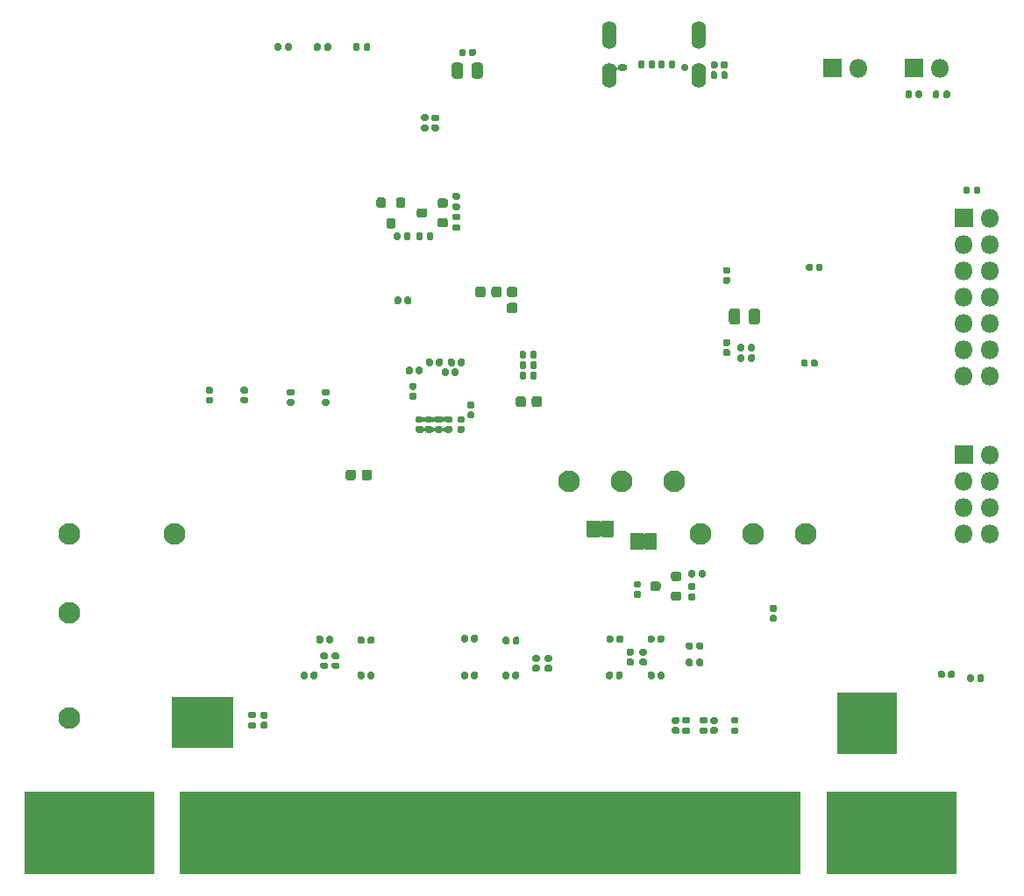
<source format=gbr>
%TF.GenerationSoftware,KiCad,Pcbnew,(5.1.8-0-10_14)*%
%TF.CreationDate,2021-02-17T10:46:29+00:00*%
%TF.ProjectId,sd2snes_ecp5,73643273-6e65-4735-9f65-6370352e6b69,B*%
%TF.SameCoordinates,Original*%
%TF.FileFunction,Soldermask,Bot*%
%TF.FilePolarity,Negative*%
%FSLAX46Y46*%
G04 Gerber Fmt 4.6, Leading zero omitted, Abs format (unit mm)*
G04 Created by KiCad (PCBNEW (5.1.8-0-10_14)) date 2021-02-17 10:46:29*
%MOMM*%
%LPD*%
G01*
G04 APERTURE LIST*
%ADD10O,1.400000X2.400000*%
%ADD11O,1.400000X2.700000*%
%ADD12C,0.700000*%
%ADD13O,0.950000X0.700000*%
%ADD14O,1.800000X1.800000*%
%ADD15C,0.100000*%
%ADD16R,5.798820X5.999480*%
%ADD17R,5.999480X5.001260*%
%ADD18R,59.999880X8.001000*%
%ADD19R,12.499340X8.001000*%
%ADD20C,2.100000*%
G04 APERTURE END LIST*
%TO.C,R316*%
G36*
G01*
X171910000Y-77590000D02*
X171910000Y-78010000D01*
G75*
G02*
X171750000Y-78170000I-160000J0D01*
G01*
X171430000Y-78170000D01*
G75*
G02*
X171270000Y-78010000I0J160000D01*
G01*
X171270000Y-77590000D01*
G75*
G02*
X171430000Y-77430000I160000J0D01*
G01*
X171750000Y-77430000D01*
G75*
G02*
X171910000Y-77590000I0J-160000D01*
G01*
G37*
G36*
G01*
X172930000Y-77590000D02*
X172930000Y-78010000D01*
G75*
G02*
X172770000Y-78170000I-160000J0D01*
G01*
X172450000Y-78170000D01*
G75*
G02*
X172290000Y-78010000I0J160000D01*
G01*
X172290000Y-77590000D01*
G75*
G02*
X172450000Y-77430000I160000J0D01*
G01*
X172770000Y-77430000D01*
G75*
G02*
X172930000Y-77590000I0J-160000D01*
G01*
G37*
%TD*%
%TO.C,R315*%
G36*
G01*
X165265000Y-76960000D02*
X165265000Y-76540000D01*
G75*
G02*
X165425000Y-76380000I160000J0D01*
G01*
X165745000Y-76380000D01*
G75*
G02*
X165905000Y-76540000I0J-160000D01*
G01*
X165905000Y-76960000D01*
G75*
G02*
X165745000Y-77120000I-160000J0D01*
G01*
X165425000Y-77120000D01*
G75*
G02*
X165265000Y-76960000I0J160000D01*
G01*
G37*
G36*
G01*
X164245000Y-76960000D02*
X164245000Y-76540000D01*
G75*
G02*
X164405000Y-76380000I160000J0D01*
G01*
X164725000Y-76380000D01*
G75*
G02*
X164885000Y-76540000I0J-160000D01*
G01*
X164885000Y-76960000D01*
G75*
G02*
X164725000Y-77120000I-160000J0D01*
G01*
X164405000Y-77120000D01*
G75*
G02*
X164245000Y-76960000I0J160000D01*
G01*
G37*
%TD*%
%TO.C,R314*%
G36*
G01*
X166845000Y-76540000D02*
X166845000Y-76960000D01*
G75*
G02*
X166685000Y-77120000I-160000J0D01*
G01*
X166365000Y-77120000D01*
G75*
G02*
X166205000Y-76960000I0J160000D01*
G01*
X166205000Y-76540000D01*
G75*
G02*
X166365000Y-76380000I160000J0D01*
G01*
X166685000Y-76380000D01*
G75*
G02*
X166845000Y-76540000I0J-160000D01*
G01*
G37*
G36*
G01*
X167865000Y-76540000D02*
X167865000Y-76960000D01*
G75*
G02*
X167705000Y-77120000I-160000J0D01*
G01*
X167385000Y-77120000D01*
G75*
G02*
X167225000Y-76960000I0J160000D01*
G01*
X167225000Y-76540000D01*
G75*
G02*
X167385000Y-76380000I160000J0D01*
G01*
X167705000Y-76380000D01*
G75*
G02*
X167865000Y-76540000I0J-160000D01*
G01*
G37*
%TD*%
D10*
%TO.C,J301*%
X161480000Y-77775000D03*
X170120000Y-77775000D03*
D11*
X161480000Y-73950000D03*
D12*
X168800000Y-77050000D03*
D11*
X170120000Y-73950000D03*
D13*
X162800000Y-77050000D03*
%TD*%
%TO.C,C314*%
G36*
G01*
X172250000Y-76995000D02*
X172250000Y-76605000D01*
G75*
G02*
X172415000Y-76440000I165000J0D01*
G01*
X172745000Y-76440000D01*
G75*
G02*
X172910000Y-76605000I0J-165000D01*
G01*
X172910000Y-76995000D01*
G75*
G02*
X172745000Y-77160000I-165000J0D01*
G01*
X172415000Y-77160000D01*
G75*
G02*
X172250000Y-76995000I0J165000D01*
G01*
G37*
G36*
G01*
X171290000Y-76995000D02*
X171290000Y-76605000D01*
G75*
G02*
X171455000Y-76440000I165000J0D01*
G01*
X171785000Y-76440000D01*
G75*
G02*
X171950000Y-76605000I0J-165000D01*
G01*
X171950000Y-76995000D01*
G75*
G02*
X171785000Y-77160000I-165000J0D01*
G01*
X171455000Y-77160000D01*
G75*
G02*
X171290000Y-76995000I0J165000D01*
G01*
G37*
%TD*%
%TO.C,D601*%
G36*
G01*
X140175000Y-91600000D02*
X140625000Y-91600000D01*
G75*
G02*
X140850000Y-91825000I0J-225000D01*
G01*
X140850000Y-92375000D01*
G75*
G02*
X140625000Y-92600000I-225000J0D01*
G01*
X140175000Y-92600000D01*
G75*
G02*
X139950000Y-92375000I0J225000D01*
G01*
X139950000Y-91825000D01*
G75*
G02*
X140175000Y-91600000I225000J0D01*
G01*
G37*
G36*
G01*
X141125000Y-89600000D02*
X141575000Y-89600000D01*
G75*
G02*
X141800000Y-89825000I0J-225000D01*
G01*
X141800000Y-90375000D01*
G75*
G02*
X141575000Y-90600000I-225000J0D01*
G01*
X141125000Y-90600000D01*
G75*
G02*
X140900000Y-90375000I0J225000D01*
G01*
X140900000Y-89825000D01*
G75*
G02*
X141125000Y-89600000I225000J0D01*
G01*
G37*
G36*
G01*
X139225000Y-89600000D02*
X139675000Y-89600000D01*
G75*
G02*
X139900000Y-89825000I0J-225000D01*
G01*
X139900000Y-90375000D01*
G75*
G02*
X139675000Y-90600000I-225000J0D01*
G01*
X139225000Y-90600000D01*
G75*
G02*
X139000000Y-90375000I0J225000D01*
G01*
X139000000Y-89825000D01*
G75*
G02*
X139225000Y-89600000I225000J0D01*
G01*
G37*
%TD*%
%TO.C,Q601*%
G36*
G01*
X143900000Y-90875000D02*
X143900000Y-91325000D01*
G75*
G02*
X143675000Y-91550000I-225000J0D01*
G01*
X143125000Y-91550000D01*
G75*
G02*
X142900000Y-91325000I0J225000D01*
G01*
X142900000Y-90875000D01*
G75*
G02*
X143125000Y-90650000I225000J0D01*
G01*
X143675000Y-90650000D01*
G75*
G02*
X143900000Y-90875000I0J-225000D01*
G01*
G37*
G36*
G01*
X145900000Y-91825000D02*
X145900000Y-92275000D01*
G75*
G02*
X145675000Y-92500000I-225000J0D01*
G01*
X145125000Y-92500000D01*
G75*
G02*
X144900000Y-92275000I0J225000D01*
G01*
X144900000Y-91825000D01*
G75*
G02*
X145125000Y-91600000I225000J0D01*
G01*
X145675000Y-91600000D01*
G75*
G02*
X145900000Y-91825000I0J-225000D01*
G01*
G37*
G36*
G01*
X145900000Y-89925000D02*
X145900000Y-90375000D01*
G75*
G02*
X145675000Y-90600000I-225000J0D01*
G01*
X145125000Y-90600000D01*
G75*
G02*
X144900000Y-90375000I0J225000D01*
G01*
X144900000Y-89925000D01*
G75*
G02*
X145125000Y-89700000I225000J0D01*
G01*
X145675000Y-89700000D01*
G75*
G02*
X145900000Y-89925000I0J-225000D01*
G01*
G37*
%TD*%
%TO.C,Q201*%
G36*
G01*
X166445000Y-126920000D02*
X166445000Y-127370000D01*
G75*
G02*
X166220000Y-127595000I-225000J0D01*
G01*
X165670000Y-127595000D01*
G75*
G02*
X165445000Y-127370000I0J225000D01*
G01*
X165445000Y-126920000D01*
G75*
G02*
X165670000Y-126695000I225000J0D01*
G01*
X166220000Y-126695000D01*
G75*
G02*
X166445000Y-126920000I0J-225000D01*
G01*
G37*
G36*
G01*
X168445000Y-127870000D02*
X168445000Y-128320000D01*
G75*
G02*
X168220000Y-128545000I-225000J0D01*
G01*
X167670000Y-128545000D01*
G75*
G02*
X167445000Y-128320000I0J225000D01*
G01*
X167445000Y-127870000D01*
G75*
G02*
X167670000Y-127645000I225000J0D01*
G01*
X168220000Y-127645000D01*
G75*
G02*
X168445000Y-127870000I0J-225000D01*
G01*
G37*
G36*
G01*
X168445000Y-125970000D02*
X168445000Y-126420000D01*
G75*
G02*
X168220000Y-126645000I-225000J0D01*
G01*
X167670000Y-126645000D01*
G75*
G02*
X167445000Y-126420000I0J225000D01*
G01*
X167445000Y-125970000D01*
G75*
G02*
X167670000Y-125745000I225000J0D01*
G01*
X168220000Y-125745000D01*
G75*
G02*
X168445000Y-125970000I0J-225000D01*
G01*
G37*
%TD*%
%TO.C,R313*%
G36*
G01*
X174510000Y-103890000D02*
X174510000Y-104310000D01*
G75*
G02*
X174350000Y-104470000I-160000J0D01*
G01*
X174030000Y-104470000D01*
G75*
G02*
X173870000Y-104310000I0J160000D01*
G01*
X173870000Y-103890000D01*
G75*
G02*
X174030000Y-103730000I160000J0D01*
G01*
X174350000Y-103730000D01*
G75*
G02*
X174510000Y-103890000I0J-160000D01*
G01*
G37*
G36*
G01*
X175530000Y-103890000D02*
X175530000Y-104310000D01*
G75*
G02*
X175370000Y-104470000I-160000J0D01*
G01*
X175050000Y-104470000D01*
G75*
G02*
X174890000Y-104310000I0J160000D01*
G01*
X174890000Y-103890000D01*
G75*
G02*
X175050000Y-103730000I160000J0D01*
G01*
X175370000Y-103730000D01*
G75*
G02*
X175530000Y-103890000I0J-160000D01*
G01*
G37*
%TD*%
%TO.C,R312*%
G36*
G01*
X174510000Y-104890000D02*
X174510000Y-105310000D01*
G75*
G02*
X174350000Y-105470000I-160000J0D01*
G01*
X174030000Y-105470000D01*
G75*
G02*
X173870000Y-105310000I0J160000D01*
G01*
X173870000Y-104890000D01*
G75*
G02*
X174030000Y-104730000I160000J0D01*
G01*
X174350000Y-104730000D01*
G75*
G02*
X174510000Y-104890000I0J-160000D01*
G01*
G37*
G36*
G01*
X175530000Y-104890000D02*
X175530000Y-105310000D01*
G75*
G02*
X175370000Y-105470000I-160000J0D01*
G01*
X175050000Y-105470000D01*
G75*
G02*
X174890000Y-105310000I0J160000D01*
G01*
X174890000Y-104890000D01*
G75*
G02*
X175050000Y-104730000I160000J0D01*
G01*
X175370000Y-104730000D01*
G75*
G02*
X175530000Y-104890000I0J-160000D01*
G01*
G37*
%TD*%
%TO.C,R311*%
G36*
G01*
X143878000Y-82210000D02*
X143458000Y-82210000D01*
G75*
G02*
X143298000Y-82050000I0J160000D01*
G01*
X143298000Y-81730000D01*
G75*
G02*
X143458000Y-81570000I160000J0D01*
G01*
X143878000Y-81570000D01*
G75*
G02*
X144038000Y-81730000I0J-160000D01*
G01*
X144038000Y-82050000D01*
G75*
G02*
X143878000Y-82210000I-160000J0D01*
G01*
G37*
G36*
G01*
X143878000Y-83230000D02*
X143458000Y-83230000D01*
G75*
G02*
X143298000Y-83070000I0J160000D01*
G01*
X143298000Y-82750000D01*
G75*
G02*
X143458000Y-82590000I160000J0D01*
G01*
X143878000Y-82590000D01*
G75*
G02*
X144038000Y-82750000I0J-160000D01*
G01*
X144038000Y-83070000D01*
G75*
G02*
X143878000Y-83230000I-160000J0D01*
G01*
G37*
%TD*%
%TO.C,C313*%
G36*
G01*
X144863000Y-82250000D02*
X144473000Y-82250000D01*
G75*
G02*
X144308000Y-82085000I0J165000D01*
G01*
X144308000Y-81755000D01*
G75*
G02*
X144473000Y-81590000I165000J0D01*
G01*
X144863000Y-81590000D01*
G75*
G02*
X145028000Y-81755000I0J-165000D01*
G01*
X145028000Y-82085000D01*
G75*
G02*
X144863000Y-82250000I-165000J0D01*
G01*
G37*
G36*
G01*
X144863000Y-83210000D02*
X144473000Y-83210000D01*
G75*
G02*
X144308000Y-83045000I0J165000D01*
G01*
X144308000Y-82715000D01*
G75*
G02*
X144473000Y-82550000I165000J0D01*
G01*
X144863000Y-82550000D01*
G75*
G02*
X145028000Y-82715000I0J-165000D01*
G01*
X145028000Y-83045000D01*
G75*
G02*
X144863000Y-83210000I-165000J0D01*
G01*
G37*
%TD*%
D14*
%TO.C,J501*%
X198260000Y-122060000D03*
X195720000Y-122060000D03*
X198260000Y-119520000D03*
X195720000Y-119520000D03*
X198260000Y-116980000D03*
X195720000Y-116980000D03*
X198260000Y-114440000D03*
G36*
G01*
X194820000Y-115290000D02*
X194820000Y-113590000D01*
G75*
G02*
X194870000Y-113540000I50000J0D01*
G01*
X196570000Y-113540000D01*
G75*
G02*
X196620000Y-113590000I0J-50000D01*
G01*
X196620000Y-115290000D01*
G75*
G02*
X196570000Y-115340000I-50000J0D01*
G01*
X194870000Y-115340000D01*
G75*
G02*
X194820000Y-115290000I0J50000D01*
G01*
G37*
%TD*%
D15*
%TO.C,JP502*%
G36*
X165015245Y-123599039D02*
G01*
X165005866Y-123596194D01*
X164997221Y-123591573D01*
X164989645Y-123585355D01*
X164983397Y-123577735D01*
X164483397Y-122827735D01*
X164478786Y-122819086D01*
X164475951Y-122809703D01*
X164475000Y-122799948D01*
X164475971Y-122790194D01*
X164478826Y-122780818D01*
X164483397Y-122772265D01*
X164983397Y-122022265D01*
X164989608Y-122014682D01*
X164997178Y-122008456D01*
X165005818Y-122003826D01*
X165015194Y-122000971D01*
X165025000Y-122000000D01*
X166025000Y-122000000D01*
X166034755Y-122000961D01*
X166044134Y-122003806D01*
X166052779Y-122008427D01*
X166060355Y-122014645D01*
X166066573Y-122022221D01*
X166071194Y-122030866D01*
X166074039Y-122040245D01*
X166075000Y-122050000D01*
X166075000Y-123550000D01*
X166074039Y-123559755D01*
X166071194Y-123569134D01*
X166066573Y-123577779D01*
X166060355Y-123585355D01*
X166052779Y-123591573D01*
X166044134Y-123596194D01*
X166034755Y-123599039D01*
X166025000Y-123600000D01*
X165025000Y-123600000D01*
X165015245Y-123599039D01*
G37*
G36*
X163565245Y-123599039D02*
G01*
X163555866Y-123596194D01*
X163547221Y-123591573D01*
X163539645Y-123585355D01*
X163533427Y-123577779D01*
X163528806Y-123569134D01*
X163525961Y-123559755D01*
X163525000Y-123550000D01*
X163525000Y-122050000D01*
X163525961Y-122040245D01*
X163528806Y-122030866D01*
X163533427Y-122022221D01*
X163539645Y-122014645D01*
X163547221Y-122008427D01*
X163555866Y-122003806D01*
X163565245Y-122000961D01*
X163575000Y-122000000D01*
X164725000Y-122000000D01*
X164734755Y-122000961D01*
X164744134Y-122003806D01*
X164752779Y-122008427D01*
X164760355Y-122014645D01*
X164766573Y-122022221D01*
X164771194Y-122030866D01*
X164774039Y-122040245D01*
X164775000Y-122050000D01*
X164774039Y-122059755D01*
X164771194Y-122069134D01*
X164766603Y-122077735D01*
X164285093Y-122800000D01*
X164766603Y-123522265D01*
X164771214Y-123530914D01*
X164774049Y-123540297D01*
X164775000Y-123550052D01*
X164774029Y-123559806D01*
X164771174Y-123569182D01*
X164766544Y-123577822D01*
X164760318Y-123585392D01*
X164752735Y-123591603D01*
X164744086Y-123596214D01*
X164734703Y-123599049D01*
X164725000Y-123600000D01*
X163575000Y-123600000D01*
X163565245Y-123599039D01*
G37*
%TD*%
%TO.C,JP501*%
G36*
X160815245Y-122399039D02*
G01*
X160805866Y-122396194D01*
X160797221Y-122391573D01*
X160789645Y-122385355D01*
X160783397Y-122377735D01*
X160283397Y-121627735D01*
X160278786Y-121619086D01*
X160275951Y-121609703D01*
X160275000Y-121599948D01*
X160275971Y-121590194D01*
X160278826Y-121580818D01*
X160283397Y-121572265D01*
X160783397Y-120822265D01*
X160789608Y-120814682D01*
X160797178Y-120808456D01*
X160805818Y-120803826D01*
X160815194Y-120800971D01*
X160825000Y-120800000D01*
X161825000Y-120800000D01*
X161834755Y-120800961D01*
X161844134Y-120803806D01*
X161852779Y-120808427D01*
X161860355Y-120814645D01*
X161866573Y-120822221D01*
X161871194Y-120830866D01*
X161874039Y-120840245D01*
X161875000Y-120850000D01*
X161875000Y-122350000D01*
X161874039Y-122359755D01*
X161871194Y-122369134D01*
X161866573Y-122377779D01*
X161860355Y-122385355D01*
X161852779Y-122391573D01*
X161844134Y-122396194D01*
X161834755Y-122399039D01*
X161825000Y-122400000D01*
X160825000Y-122400000D01*
X160815245Y-122399039D01*
G37*
G36*
X159365245Y-122399039D02*
G01*
X159355866Y-122396194D01*
X159347221Y-122391573D01*
X159339645Y-122385355D01*
X159333427Y-122377779D01*
X159328806Y-122369134D01*
X159325961Y-122359755D01*
X159325000Y-122350000D01*
X159325000Y-120850000D01*
X159325961Y-120840245D01*
X159328806Y-120830866D01*
X159333427Y-120822221D01*
X159339645Y-120814645D01*
X159347221Y-120808427D01*
X159355866Y-120803806D01*
X159365245Y-120800961D01*
X159375000Y-120800000D01*
X160525000Y-120800000D01*
X160534755Y-120800961D01*
X160544134Y-120803806D01*
X160552779Y-120808427D01*
X160560355Y-120814645D01*
X160566573Y-120822221D01*
X160571194Y-120830866D01*
X160574039Y-120840245D01*
X160575000Y-120850000D01*
X160574039Y-120859755D01*
X160571194Y-120869134D01*
X160566603Y-120877735D01*
X160085093Y-121600000D01*
X160566603Y-122322265D01*
X160571214Y-122330914D01*
X160574049Y-122340297D01*
X160575000Y-122350052D01*
X160574029Y-122359806D01*
X160571174Y-122369182D01*
X160566544Y-122377822D01*
X160560318Y-122385392D01*
X160552735Y-122391603D01*
X160544086Y-122396214D01*
X160534703Y-122399049D01*
X160525000Y-122400000D01*
X159375000Y-122400000D01*
X159365245Y-122399039D01*
G37*
%TD*%
D16*
%TO.C,J201*%
X186400740Y-140398800D03*
D17*
X122199700Y-140299740D03*
D18*
X150000000Y-151000760D03*
D19*
X188750240Y-151000760D03*
X111249760Y-151000760D03*
%TD*%
%TO.C,R205*%
G36*
G01*
X169910000Y-134735000D02*
X169910000Y-134315000D01*
G75*
G02*
X170070000Y-134155000I160000J0D01*
G01*
X170390000Y-134155000D01*
G75*
G02*
X170550000Y-134315000I0J-160000D01*
G01*
X170550000Y-134735000D01*
G75*
G02*
X170390000Y-134895000I-160000J0D01*
G01*
X170070000Y-134895000D01*
G75*
G02*
X169910000Y-134735000I0J160000D01*
G01*
G37*
G36*
G01*
X168890000Y-134735000D02*
X168890000Y-134315000D01*
G75*
G02*
X169050000Y-134155000I160000J0D01*
G01*
X169370000Y-134155000D01*
G75*
G02*
X169530000Y-134315000I0J-160000D01*
G01*
X169530000Y-134735000D01*
G75*
G02*
X169370000Y-134895000I-160000J0D01*
G01*
X169050000Y-134895000D01*
G75*
G02*
X168890000Y-134735000I0J160000D01*
G01*
G37*
%TD*%
%TO.C,R204*%
G36*
G01*
X169910000Y-133135000D02*
X169910000Y-132715000D01*
G75*
G02*
X170070000Y-132555000I160000J0D01*
G01*
X170390000Y-132555000D01*
G75*
G02*
X170550000Y-132715000I0J-160000D01*
G01*
X170550000Y-133135000D01*
G75*
G02*
X170390000Y-133295000I-160000J0D01*
G01*
X170070000Y-133295000D01*
G75*
G02*
X169910000Y-133135000I0J160000D01*
G01*
G37*
G36*
G01*
X168890000Y-133135000D02*
X168890000Y-132715000D01*
G75*
G02*
X169050000Y-132555000I160000J0D01*
G01*
X169370000Y-132555000D01*
G75*
G02*
X169530000Y-132715000I0J-160000D01*
G01*
X169530000Y-133135000D01*
G75*
G02*
X169370000Y-133295000I-160000J0D01*
G01*
X169050000Y-133295000D01*
G75*
G02*
X168890000Y-133135000I0J160000D01*
G01*
G37*
%TD*%
%TO.C,C506*%
G36*
G01*
X145775000Y-111675000D02*
X146165000Y-111675000D01*
G75*
G02*
X146330000Y-111840000I0J-165000D01*
G01*
X146330000Y-112170000D01*
G75*
G02*
X146165000Y-112335000I-165000J0D01*
G01*
X145775000Y-112335000D01*
G75*
G02*
X145610000Y-112170000I0J165000D01*
G01*
X145610000Y-111840000D01*
G75*
G02*
X145775000Y-111675000I165000J0D01*
G01*
G37*
G36*
G01*
X145775000Y-110715000D02*
X146165000Y-110715000D01*
G75*
G02*
X146330000Y-110880000I0J-165000D01*
G01*
X146330000Y-111210000D01*
G75*
G02*
X146165000Y-111375000I-165000J0D01*
G01*
X145775000Y-111375000D01*
G75*
G02*
X145610000Y-111210000I0J165000D01*
G01*
X145610000Y-110880000D01*
G75*
G02*
X145775000Y-110715000I165000J0D01*
G01*
G37*
%TD*%
%TO.C,C505*%
G36*
G01*
X144825000Y-111675000D02*
X145215000Y-111675000D01*
G75*
G02*
X145380000Y-111840000I0J-165000D01*
G01*
X145380000Y-112170000D01*
G75*
G02*
X145215000Y-112335000I-165000J0D01*
G01*
X144825000Y-112335000D01*
G75*
G02*
X144660000Y-112170000I0J165000D01*
G01*
X144660000Y-111840000D01*
G75*
G02*
X144825000Y-111675000I165000J0D01*
G01*
G37*
G36*
G01*
X144825000Y-110715000D02*
X145215000Y-110715000D01*
G75*
G02*
X145380000Y-110880000I0J-165000D01*
G01*
X145380000Y-111210000D01*
G75*
G02*
X145215000Y-111375000I-165000J0D01*
G01*
X144825000Y-111375000D01*
G75*
G02*
X144660000Y-111210000I0J165000D01*
G01*
X144660000Y-110880000D01*
G75*
G02*
X144825000Y-110715000I165000J0D01*
G01*
G37*
%TD*%
%TO.C,C310*%
G36*
G01*
X174144000Y-100605000D02*
X174144000Y-101605000D01*
G75*
G02*
X173869000Y-101880000I-275000J0D01*
G01*
X173319000Y-101880000D01*
G75*
G02*
X173044000Y-101605000I0J275000D01*
G01*
X173044000Y-100605000D01*
G75*
G02*
X173319000Y-100330000I275000J0D01*
G01*
X173869000Y-100330000D01*
G75*
G02*
X174144000Y-100605000I0J-275000D01*
G01*
G37*
G36*
G01*
X176044000Y-100605000D02*
X176044000Y-101605000D01*
G75*
G02*
X175769000Y-101880000I-275000J0D01*
G01*
X175219000Y-101880000D01*
G75*
G02*
X174944000Y-101605000I0J275000D01*
G01*
X174944000Y-100605000D01*
G75*
G02*
X175219000Y-100330000I275000J0D01*
G01*
X175769000Y-100330000D01*
G75*
G02*
X176044000Y-100605000I0J-275000D01*
G01*
G37*
%TD*%
%TO.C,C515*%
G36*
G01*
X153995000Y-109600000D02*
X153995000Y-109050000D01*
G75*
G02*
X154245000Y-108800000I250000J0D01*
G01*
X154745000Y-108800000D01*
G75*
G02*
X154995000Y-109050000I0J-250000D01*
G01*
X154995000Y-109600000D01*
G75*
G02*
X154745000Y-109850000I-250000J0D01*
G01*
X154245000Y-109850000D01*
G75*
G02*
X153995000Y-109600000I0J250000D01*
G01*
G37*
G36*
G01*
X152445000Y-109600000D02*
X152445000Y-109050000D01*
G75*
G02*
X152695000Y-108800000I250000J0D01*
G01*
X153195000Y-108800000D01*
G75*
G02*
X153445000Y-109050000I0J-250000D01*
G01*
X153445000Y-109600000D01*
G75*
G02*
X153195000Y-109850000I-250000J0D01*
G01*
X152695000Y-109850000D01*
G75*
G02*
X152445000Y-109600000I0J250000D01*
G01*
G37*
%TD*%
D20*
%TO.C,TP408*%
X170320000Y-122060000D03*
%TD*%
%TO.C,TP407*%
X175400000Y-122060000D03*
%TD*%
%TO.C,TP406*%
X180480000Y-122060000D03*
%TD*%
%TO.C,TP502*%
X157620000Y-116980000D03*
%TD*%
%TO.C,TP501*%
X162700000Y-116980000D03*
%TD*%
%TO.C,TP401*%
X109360000Y-139840000D03*
%TD*%
%TO.C,R505*%
G36*
G01*
X153844000Y-106010000D02*
X153844000Y-105590000D01*
G75*
G02*
X154004000Y-105430000I160000J0D01*
G01*
X154324000Y-105430000D01*
G75*
G02*
X154484000Y-105590000I0J-160000D01*
G01*
X154484000Y-106010000D01*
G75*
G02*
X154324000Y-106170000I-160000J0D01*
G01*
X154004000Y-106170000D01*
G75*
G02*
X153844000Y-106010000I0J160000D01*
G01*
G37*
G36*
G01*
X152824000Y-106010000D02*
X152824000Y-105590000D01*
G75*
G02*
X152984000Y-105430000I160000J0D01*
G01*
X153304000Y-105430000D01*
G75*
G02*
X153464000Y-105590000I0J-160000D01*
G01*
X153464000Y-106010000D01*
G75*
G02*
X153304000Y-106170000I-160000J0D01*
G01*
X152984000Y-106170000D01*
G75*
G02*
X152824000Y-106010000I0J160000D01*
G01*
G37*
%TD*%
%TO.C,R504*%
G36*
G01*
X153844000Y-107010000D02*
X153844000Y-106590000D01*
G75*
G02*
X154004000Y-106430000I160000J0D01*
G01*
X154324000Y-106430000D01*
G75*
G02*
X154484000Y-106590000I0J-160000D01*
G01*
X154484000Y-107010000D01*
G75*
G02*
X154324000Y-107170000I-160000J0D01*
G01*
X154004000Y-107170000D01*
G75*
G02*
X153844000Y-107010000I0J160000D01*
G01*
G37*
G36*
G01*
X152824000Y-107010000D02*
X152824000Y-106590000D01*
G75*
G02*
X152984000Y-106430000I160000J0D01*
G01*
X153304000Y-106430000D01*
G75*
G02*
X153464000Y-106590000I0J-160000D01*
G01*
X153464000Y-107010000D01*
G75*
G02*
X153304000Y-107170000I-160000J0D01*
G01*
X152984000Y-107170000D01*
G75*
G02*
X152824000Y-107010000I0J160000D01*
G01*
G37*
%TD*%
%TO.C,R503*%
G36*
G01*
X153844000Y-105010000D02*
X153844000Y-104590000D01*
G75*
G02*
X154004000Y-104430000I160000J0D01*
G01*
X154324000Y-104430000D01*
G75*
G02*
X154484000Y-104590000I0J-160000D01*
G01*
X154484000Y-105010000D01*
G75*
G02*
X154324000Y-105170000I-160000J0D01*
G01*
X154004000Y-105170000D01*
G75*
G02*
X153844000Y-105010000I0J160000D01*
G01*
G37*
G36*
G01*
X152824000Y-105010000D02*
X152824000Y-104590000D01*
G75*
G02*
X152984000Y-104430000I160000J0D01*
G01*
X153304000Y-104430000D01*
G75*
G02*
X153464000Y-104590000I0J-160000D01*
G01*
X153464000Y-105010000D01*
G75*
G02*
X153304000Y-105170000I-160000J0D01*
G01*
X152984000Y-105170000D01*
G75*
G02*
X152824000Y-105010000I0J160000D01*
G01*
G37*
%TD*%
%TO.C,C512*%
G36*
G01*
X150095000Y-99000000D02*
X150095000Y-98450000D01*
G75*
G02*
X150345000Y-98200000I250000J0D01*
G01*
X150845000Y-98200000D01*
G75*
G02*
X151095000Y-98450000I0J-250000D01*
G01*
X151095000Y-99000000D01*
G75*
G02*
X150845000Y-99250000I-250000J0D01*
G01*
X150345000Y-99250000D01*
G75*
G02*
X150095000Y-99000000I0J250000D01*
G01*
G37*
G36*
G01*
X148545000Y-99000000D02*
X148545000Y-98450000D01*
G75*
G02*
X148795000Y-98200000I250000J0D01*
G01*
X149295000Y-98200000D01*
G75*
G02*
X149545000Y-98450000I0J-250000D01*
G01*
X149545000Y-99000000D01*
G75*
G02*
X149295000Y-99250000I-250000J0D01*
G01*
X148795000Y-99250000D01*
G75*
G02*
X148545000Y-99000000I0J250000D01*
G01*
G37*
%TD*%
%TO.C,C508*%
G36*
G01*
X137025000Y-116125000D02*
X137025000Y-116675000D01*
G75*
G02*
X136775000Y-116925000I-250000J0D01*
G01*
X136275000Y-116925000D01*
G75*
G02*
X136025000Y-116675000I0J250000D01*
G01*
X136025000Y-116125000D01*
G75*
G02*
X136275000Y-115875000I250000J0D01*
G01*
X136775000Y-115875000D01*
G75*
G02*
X137025000Y-116125000I0J-250000D01*
G01*
G37*
G36*
G01*
X138575000Y-116125000D02*
X138575000Y-116675000D01*
G75*
G02*
X138325000Y-116925000I-250000J0D01*
G01*
X137825000Y-116925000D01*
G75*
G02*
X137575000Y-116675000I0J250000D01*
G01*
X137575000Y-116125000D01*
G75*
G02*
X137825000Y-115875000I250000J0D01*
G01*
X138325000Y-115875000D01*
G75*
G02*
X138575000Y-116125000I0J-250000D01*
G01*
G37*
%TD*%
%TO.C,C507*%
G36*
G01*
X152375000Y-99225000D02*
X151825000Y-99225000D01*
G75*
G02*
X151575000Y-98975000I0J250000D01*
G01*
X151575000Y-98475000D01*
G75*
G02*
X151825000Y-98225000I250000J0D01*
G01*
X152375000Y-98225000D01*
G75*
G02*
X152625000Y-98475000I0J-250000D01*
G01*
X152625000Y-98975000D01*
G75*
G02*
X152375000Y-99225000I-250000J0D01*
G01*
G37*
G36*
G01*
X152375000Y-100775000D02*
X151825000Y-100775000D01*
G75*
G02*
X151575000Y-100525000I0J250000D01*
G01*
X151575000Y-100025000D01*
G75*
G02*
X151825000Y-99775000I250000J0D01*
G01*
X152375000Y-99775000D01*
G75*
G02*
X152625000Y-100025000I0J-250000D01*
G01*
X152625000Y-100525000D01*
G75*
G02*
X152375000Y-100775000I-250000J0D01*
G01*
G37*
%TD*%
%TO.C,C415*%
G36*
G01*
X197013000Y-136225000D02*
X197013000Y-135835000D01*
G75*
G02*
X197178000Y-135670000I165000J0D01*
G01*
X197508000Y-135670000D01*
G75*
G02*
X197673000Y-135835000I0J-165000D01*
G01*
X197673000Y-136225000D01*
G75*
G02*
X197508000Y-136390000I-165000J0D01*
G01*
X197178000Y-136390000D01*
G75*
G02*
X197013000Y-136225000I0J165000D01*
G01*
G37*
G36*
G01*
X196053000Y-136225000D02*
X196053000Y-135835000D01*
G75*
G02*
X196218000Y-135670000I165000J0D01*
G01*
X196548000Y-135670000D01*
G75*
G02*
X196713000Y-135835000I0J-165000D01*
G01*
X196713000Y-136225000D01*
G75*
G02*
X196548000Y-136390000I-165000J0D01*
G01*
X196218000Y-136390000D01*
G75*
G02*
X196053000Y-136225000I0J165000D01*
G01*
G37*
%TD*%
%TO.C,TP405*%
X167780000Y-116980000D03*
%TD*%
%TO.C,TP404*%
X119520000Y-122060000D03*
%TD*%
%TO.C,TP403*%
X109360000Y-122060000D03*
%TD*%
%TO.C,TP402*%
X109360000Y-129680000D03*
%TD*%
%TO.C,C309*%
G36*
G01*
X172619000Y-97275000D02*
X173009000Y-97275000D01*
G75*
G02*
X173174000Y-97440000I0J-165000D01*
G01*
X173174000Y-97770000D01*
G75*
G02*
X173009000Y-97935000I-165000J0D01*
G01*
X172619000Y-97935000D01*
G75*
G02*
X172454000Y-97770000I0J165000D01*
G01*
X172454000Y-97440000D01*
G75*
G02*
X172619000Y-97275000I165000J0D01*
G01*
G37*
G36*
G01*
X172619000Y-96315000D02*
X173009000Y-96315000D01*
G75*
G02*
X173174000Y-96480000I0J-165000D01*
G01*
X173174000Y-96810000D01*
G75*
G02*
X173009000Y-96975000I-165000J0D01*
G01*
X172619000Y-96975000D01*
G75*
G02*
X172454000Y-96810000I0J165000D01*
G01*
X172454000Y-96480000D01*
G75*
G02*
X172619000Y-96315000I165000J0D01*
G01*
G37*
%TD*%
%TO.C,C308*%
G36*
G01*
X180964000Y-105800000D02*
X180964000Y-105410000D01*
G75*
G02*
X181129000Y-105245000I165000J0D01*
G01*
X181459000Y-105245000D01*
G75*
G02*
X181624000Y-105410000I0J-165000D01*
G01*
X181624000Y-105800000D01*
G75*
G02*
X181459000Y-105965000I-165000J0D01*
G01*
X181129000Y-105965000D01*
G75*
G02*
X180964000Y-105800000I0J165000D01*
G01*
G37*
G36*
G01*
X180004000Y-105800000D02*
X180004000Y-105410000D01*
G75*
G02*
X180169000Y-105245000I165000J0D01*
G01*
X180499000Y-105245000D01*
G75*
G02*
X180664000Y-105410000I0J-165000D01*
G01*
X180664000Y-105800000D01*
G75*
G02*
X180499000Y-105965000I-165000J0D01*
G01*
X180169000Y-105965000D01*
G75*
G02*
X180004000Y-105800000I0J165000D01*
G01*
G37*
%TD*%
%TO.C,C307*%
G36*
G01*
X181144000Y-96160000D02*
X181144000Y-96550000D01*
G75*
G02*
X180979000Y-96715000I-165000J0D01*
G01*
X180649000Y-96715000D01*
G75*
G02*
X180484000Y-96550000I0J165000D01*
G01*
X180484000Y-96160000D01*
G75*
G02*
X180649000Y-95995000I165000J0D01*
G01*
X180979000Y-95995000D01*
G75*
G02*
X181144000Y-96160000I0J-165000D01*
G01*
G37*
G36*
G01*
X182104000Y-96160000D02*
X182104000Y-96550000D01*
G75*
G02*
X181939000Y-96715000I-165000J0D01*
G01*
X181609000Y-96715000D01*
G75*
G02*
X181444000Y-96550000I0J165000D01*
G01*
X181444000Y-96160000D01*
G75*
G02*
X181609000Y-95995000I165000J0D01*
G01*
X181939000Y-95995000D01*
G75*
G02*
X182104000Y-96160000I0J-165000D01*
G01*
G37*
%TD*%
%TO.C,C306*%
G36*
G01*
X172619000Y-104255000D02*
X173009000Y-104255000D01*
G75*
G02*
X173174000Y-104420000I0J-165000D01*
G01*
X173174000Y-104750000D01*
G75*
G02*
X173009000Y-104915000I-165000J0D01*
G01*
X172619000Y-104915000D01*
G75*
G02*
X172454000Y-104750000I0J165000D01*
G01*
X172454000Y-104420000D01*
G75*
G02*
X172619000Y-104255000I165000J0D01*
G01*
G37*
G36*
G01*
X172619000Y-103295000D02*
X173009000Y-103295000D01*
G75*
G02*
X173174000Y-103460000I0J-165000D01*
G01*
X173174000Y-103790000D01*
G75*
G02*
X173009000Y-103955000I-165000J0D01*
G01*
X172619000Y-103955000D01*
G75*
G02*
X172454000Y-103790000I0J165000D01*
G01*
X172454000Y-103460000D01*
G75*
G02*
X172619000Y-103295000I165000J0D01*
G01*
G37*
%TD*%
%TO.C,C311*%
G36*
G01*
X148182000Y-77855000D02*
X148182000Y-76855000D01*
G75*
G02*
X148457000Y-76580000I275000J0D01*
G01*
X149007000Y-76580000D01*
G75*
G02*
X149282000Y-76855000I0J-275000D01*
G01*
X149282000Y-77855000D01*
G75*
G02*
X149007000Y-78130000I-275000J0D01*
G01*
X148457000Y-78130000D01*
G75*
G02*
X148182000Y-77855000I0J275000D01*
G01*
G37*
G36*
G01*
X146282000Y-77855000D02*
X146282000Y-76855000D01*
G75*
G02*
X146557000Y-76580000I275000J0D01*
G01*
X147107000Y-76580000D01*
G75*
G02*
X147382000Y-76855000I0J-275000D01*
G01*
X147382000Y-77855000D01*
G75*
G02*
X147107000Y-78130000I-275000J0D01*
G01*
X146557000Y-78130000D01*
G75*
G02*
X146282000Y-77855000I0J275000D01*
G01*
G37*
%TD*%
%TO.C,R602*%
G36*
G01*
X146490000Y-92180000D02*
X146910000Y-92180000D01*
G75*
G02*
X147070000Y-92340000I0J-160000D01*
G01*
X147070000Y-92660000D01*
G75*
G02*
X146910000Y-92820000I-160000J0D01*
G01*
X146490000Y-92820000D01*
G75*
G02*
X146330000Y-92660000I0J160000D01*
G01*
X146330000Y-92340000D01*
G75*
G02*
X146490000Y-92180000I160000J0D01*
G01*
G37*
G36*
G01*
X146490000Y-91160000D02*
X146910000Y-91160000D01*
G75*
G02*
X147070000Y-91320000I0J-160000D01*
G01*
X147070000Y-91640000D01*
G75*
G02*
X146910000Y-91800000I-160000J0D01*
G01*
X146490000Y-91800000D01*
G75*
G02*
X146330000Y-91640000I0J160000D01*
G01*
X146330000Y-91320000D01*
G75*
G02*
X146490000Y-91160000I160000J0D01*
G01*
G37*
%TD*%
%TO.C,R601*%
G36*
G01*
X146910000Y-89800000D02*
X146490000Y-89800000D01*
G75*
G02*
X146330000Y-89640000I0J160000D01*
G01*
X146330000Y-89320000D01*
G75*
G02*
X146490000Y-89160000I160000J0D01*
G01*
X146910000Y-89160000D01*
G75*
G02*
X147070000Y-89320000I0J-160000D01*
G01*
X147070000Y-89640000D01*
G75*
G02*
X146910000Y-89800000I-160000J0D01*
G01*
G37*
G36*
G01*
X146910000Y-90820000D02*
X146490000Y-90820000D01*
G75*
G02*
X146330000Y-90660000I0J160000D01*
G01*
X146330000Y-90340000D01*
G75*
G02*
X146490000Y-90180000I160000J0D01*
G01*
X146910000Y-90180000D01*
G75*
G02*
X147070000Y-90340000I0J-160000D01*
G01*
X147070000Y-90660000D01*
G75*
G02*
X146910000Y-90820000I-160000J0D01*
G01*
G37*
%TD*%
%TO.C,R603*%
G36*
G01*
X143840000Y-93560000D02*
X143840000Y-93140000D01*
G75*
G02*
X144000000Y-92980000I160000J0D01*
G01*
X144320000Y-92980000D01*
G75*
G02*
X144480000Y-93140000I0J-160000D01*
G01*
X144480000Y-93560000D01*
G75*
G02*
X144320000Y-93720000I-160000J0D01*
G01*
X144000000Y-93720000D01*
G75*
G02*
X143840000Y-93560000I0J160000D01*
G01*
G37*
G36*
G01*
X142820000Y-93560000D02*
X142820000Y-93140000D01*
G75*
G02*
X142980000Y-92980000I160000J0D01*
G01*
X143300000Y-92980000D01*
G75*
G02*
X143460000Y-93140000I0J-160000D01*
G01*
X143460000Y-93560000D01*
G75*
G02*
X143300000Y-93720000I-160000J0D01*
G01*
X142980000Y-93720000D01*
G75*
G02*
X142820000Y-93560000I0J160000D01*
G01*
G37*
%TD*%
%TO.C,R305*%
G36*
G01*
X196310000Y-88690000D02*
X196310000Y-89110000D01*
G75*
G02*
X196150000Y-89270000I-160000J0D01*
G01*
X195830000Y-89270000D01*
G75*
G02*
X195670000Y-89110000I0J160000D01*
G01*
X195670000Y-88690000D01*
G75*
G02*
X195830000Y-88530000I160000J0D01*
G01*
X196150000Y-88530000D01*
G75*
G02*
X196310000Y-88690000I0J-160000D01*
G01*
G37*
G36*
G01*
X197330000Y-88690000D02*
X197330000Y-89110000D01*
G75*
G02*
X197170000Y-89270000I-160000J0D01*
G01*
X196850000Y-89270000D01*
G75*
G02*
X196690000Y-89110000I0J160000D01*
G01*
X196690000Y-88690000D01*
G75*
G02*
X196850000Y-88530000I160000J0D01*
G01*
X197170000Y-88530000D01*
G75*
G02*
X197330000Y-88690000I0J-160000D01*
G01*
G37*
%TD*%
%TO.C,R304*%
G36*
G01*
X193745000Y-79850000D02*
X193745000Y-79430000D01*
G75*
G02*
X193905000Y-79270000I160000J0D01*
G01*
X194225000Y-79270000D01*
G75*
G02*
X194385000Y-79430000I0J-160000D01*
G01*
X194385000Y-79850000D01*
G75*
G02*
X194225000Y-80010000I-160000J0D01*
G01*
X193905000Y-80010000D01*
G75*
G02*
X193745000Y-79850000I0J160000D01*
G01*
G37*
G36*
G01*
X192725000Y-79850000D02*
X192725000Y-79430000D01*
G75*
G02*
X192885000Y-79270000I160000J0D01*
G01*
X193205000Y-79270000D01*
G75*
G02*
X193365000Y-79430000I0J-160000D01*
G01*
X193365000Y-79850000D01*
G75*
G02*
X193205000Y-80010000I-160000J0D01*
G01*
X192885000Y-80010000D01*
G75*
G02*
X192725000Y-79850000I0J160000D01*
G01*
G37*
%TD*%
%TO.C,R301*%
G36*
G01*
X137774000Y-75280000D02*
X137774000Y-74860000D01*
G75*
G02*
X137934000Y-74700000I160000J0D01*
G01*
X138254000Y-74700000D01*
G75*
G02*
X138414000Y-74860000I0J-160000D01*
G01*
X138414000Y-75280000D01*
G75*
G02*
X138254000Y-75440000I-160000J0D01*
G01*
X137934000Y-75440000D01*
G75*
G02*
X137774000Y-75280000I0J160000D01*
G01*
G37*
G36*
G01*
X136754000Y-75280000D02*
X136754000Y-74860000D01*
G75*
G02*
X136914000Y-74700000I160000J0D01*
G01*
X137234000Y-74700000D01*
G75*
G02*
X137394000Y-74860000I0J-160000D01*
G01*
X137394000Y-75280000D01*
G75*
G02*
X137234000Y-75440000I-160000J0D01*
G01*
X136914000Y-75440000D01*
G75*
G02*
X136754000Y-75280000I0J160000D01*
G01*
G37*
%TD*%
%TO.C,R302*%
G36*
G01*
X133594000Y-74860000D02*
X133594000Y-75280000D01*
G75*
G02*
X133434000Y-75440000I-160000J0D01*
G01*
X133114000Y-75440000D01*
G75*
G02*
X132954000Y-75280000I0J160000D01*
G01*
X132954000Y-74860000D01*
G75*
G02*
X133114000Y-74700000I160000J0D01*
G01*
X133434000Y-74700000D01*
G75*
G02*
X133594000Y-74860000I0J-160000D01*
G01*
G37*
G36*
G01*
X134614000Y-74860000D02*
X134614000Y-75280000D01*
G75*
G02*
X134454000Y-75440000I-160000J0D01*
G01*
X134134000Y-75440000D01*
G75*
G02*
X133974000Y-75280000I0J160000D01*
G01*
X133974000Y-74860000D01*
G75*
G02*
X134134000Y-74700000I160000J0D01*
G01*
X134454000Y-74700000D01*
G75*
G02*
X134614000Y-74860000I0J-160000D01*
G01*
G37*
%TD*%
%TO.C,R303*%
G36*
G01*
X129794000Y-74860000D02*
X129794000Y-75280000D01*
G75*
G02*
X129634000Y-75440000I-160000J0D01*
G01*
X129314000Y-75440000D01*
G75*
G02*
X129154000Y-75280000I0J160000D01*
G01*
X129154000Y-74860000D01*
G75*
G02*
X129314000Y-74700000I160000J0D01*
G01*
X129634000Y-74700000D01*
G75*
G02*
X129794000Y-74860000I0J-160000D01*
G01*
G37*
G36*
G01*
X130814000Y-74860000D02*
X130814000Y-75280000D01*
G75*
G02*
X130654000Y-75440000I-160000J0D01*
G01*
X130334000Y-75440000D01*
G75*
G02*
X130174000Y-75280000I0J160000D01*
G01*
X130174000Y-74860000D01*
G75*
G02*
X130334000Y-74700000I160000J0D01*
G01*
X130654000Y-74700000D01*
G75*
G02*
X130814000Y-74860000I0J-160000D01*
G01*
G37*
%TD*%
%TO.C,R407*%
G36*
G01*
X169110000Y-140410000D02*
X168690000Y-140410000D01*
G75*
G02*
X168530000Y-140250000I0J160000D01*
G01*
X168530000Y-139930000D01*
G75*
G02*
X168690000Y-139770000I160000J0D01*
G01*
X169110000Y-139770000D01*
G75*
G02*
X169270000Y-139930000I0J-160000D01*
G01*
X169270000Y-140250000D01*
G75*
G02*
X169110000Y-140410000I-160000J0D01*
G01*
G37*
G36*
G01*
X169110000Y-141430000D02*
X168690000Y-141430000D01*
G75*
G02*
X168530000Y-141270000I0J160000D01*
G01*
X168530000Y-140950000D01*
G75*
G02*
X168690000Y-140790000I160000J0D01*
G01*
X169110000Y-140790000D01*
G75*
G02*
X169270000Y-140950000I0J-160000D01*
G01*
X169270000Y-141270000D01*
G75*
G02*
X169110000Y-141430000I-160000J0D01*
G01*
G37*
%TD*%
%TO.C,R406*%
G36*
G01*
X170390000Y-140790000D02*
X170810000Y-140790000D01*
G75*
G02*
X170970000Y-140950000I0J-160000D01*
G01*
X170970000Y-141270000D01*
G75*
G02*
X170810000Y-141430000I-160000J0D01*
G01*
X170390000Y-141430000D01*
G75*
G02*
X170230000Y-141270000I0J160000D01*
G01*
X170230000Y-140950000D01*
G75*
G02*
X170390000Y-140790000I160000J0D01*
G01*
G37*
G36*
G01*
X170390000Y-139770000D02*
X170810000Y-139770000D01*
G75*
G02*
X170970000Y-139930000I0J-160000D01*
G01*
X170970000Y-140250000D01*
G75*
G02*
X170810000Y-140410000I-160000J0D01*
G01*
X170390000Y-140410000D01*
G75*
G02*
X170230000Y-140250000I0J160000D01*
G01*
X170230000Y-139930000D01*
G75*
G02*
X170390000Y-139770000I160000J0D01*
G01*
G37*
%TD*%
%TO.C,R410*%
G36*
G01*
X173390000Y-140790000D02*
X173810000Y-140790000D01*
G75*
G02*
X173970000Y-140950000I0J-160000D01*
G01*
X173970000Y-141270000D01*
G75*
G02*
X173810000Y-141430000I-160000J0D01*
G01*
X173390000Y-141430000D01*
G75*
G02*
X173230000Y-141270000I0J160000D01*
G01*
X173230000Y-140950000D01*
G75*
G02*
X173390000Y-140790000I160000J0D01*
G01*
G37*
G36*
G01*
X173390000Y-139770000D02*
X173810000Y-139770000D01*
G75*
G02*
X173970000Y-139930000I0J-160000D01*
G01*
X173970000Y-140250000D01*
G75*
G02*
X173810000Y-140410000I-160000J0D01*
G01*
X173390000Y-140410000D01*
G75*
G02*
X173230000Y-140250000I0J160000D01*
G01*
X173230000Y-139930000D01*
G75*
G02*
X173390000Y-139770000I160000J0D01*
G01*
G37*
%TD*%
%TO.C,R203*%
G36*
G01*
X169765000Y-125735000D02*
X169765000Y-126155000D01*
G75*
G02*
X169605000Y-126315000I-160000J0D01*
G01*
X169285000Y-126315000D01*
G75*
G02*
X169125000Y-126155000I0J160000D01*
G01*
X169125000Y-125735000D01*
G75*
G02*
X169285000Y-125575000I160000J0D01*
G01*
X169605000Y-125575000D01*
G75*
G02*
X169765000Y-125735000I0J-160000D01*
G01*
G37*
G36*
G01*
X170785000Y-125735000D02*
X170785000Y-126155000D01*
G75*
G02*
X170625000Y-126315000I-160000J0D01*
G01*
X170305000Y-126315000D01*
G75*
G02*
X170145000Y-126155000I0J160000D01*
G01*
X170145000Y-125735000D01*
G75*
G02*
X170305000Y-125575000I160000J0D01*
G01*
X170625000Y-125575000D01*
G75*
G02*
X170785000Y-125735000I0J-160000D01*
G01*
G37*
%TD*%
%TO.C,R202*%
G36*
G01*
X169235000Y-127875000D02*
X169655000Y-127875000D01*
G75*
G02*
X169815000Y-128035000I0J-160000D01*
G01*
X169815000Y-128355000D01*
G75*
G02*
X169655000Y-128515000I-160000J0D01*
G01*
X169235000Y-128515000D01*
G75*
G02*
X169075000Y-128355000I0J160000D01*
G01*
X169075000Y-128035000D01*
G75*
G02*
X169235000Y-127875000I160000J0D01*
G01*
G37*
G36*
G01*
X169235000Y-126855000D02*
X169655000Y-126855000D01*
G75*
G02*
X169815000Y-127015000I0J-160000D01*
G01*
X169815000Y-127335000D01*
G75*
G02*
X169655000Y-127495000I-160000J0D01*
G01*
X169235000Y-127495000D01*
G75*
G02*
X169075000Y-127335000I0J160000D01*
G01*
X169075000Y-127015000D01*
G75*
G02*
X169235000Y-126855000I160000J0D01*
G01*
G37*
%TD*%
%TO.C,R201*%
G36*
G01*
X126790000Y-140271000D02*
X127210000Y-140271000D01*
G75*
G02*
X127370000Y-140431000I0J-160000D01*
G01*
X127370000Y-140751000D01*
G75*
G02*
X127210000Y-140911000I-160000J0D01*
G01*
X126790000Y-140911000D01*
G75*
G02*
X126630000Y-140751000I0J160000D01*
G01*
X126630000Y-140431000D01*
G75*
G02*
X126790000Y-140271000I160000J0D01*
G01*
G37*
G36*
G01*
X126790000Y-139251000D02*
X127210000Y-139251000D01*
G75*
G02*
X127370000Y-139411000I0J-160000D01*
G01*
X127370000Y-139731000D01*
G75*
G02*
X127210000Y-139891000I-160000J0D01*
G01*
X126790000Y-139891000D01*
G75*
G02*
X126630000Y-139731000I0J160000D01*
G01*
X126630000Y-139411000D01*
G75*
G02*
X126790000Y-139251000I160000J0D01*
G01*
G37*
%TD*%
D14*
%TO.C,P303*%
X198260000Y-106820000D03*
X195720000Y-106820000D03*
X198260000Y-104280000D03*
X195720000Y-104280000D03*
X198260000Y-101740000D03*
X195720000Y-101740000D03*
X198260000Y-99200000D03*
X195720000Y-99200000D03*
X198260000Y-96660000D03*
X195720000Y-96660000D03*
X198260000Y-94120000D03*
X195720000Y-94120000D03*
X198260000Y-91580000D03*
G36*
G01*
X194820000Y-92430000D02*
X194820000Y-90730000D01*
G75*
G02*
X194870000Y-90680000I50000J0D01*
G01*
X196570000Y-90680000D01*
G75*
G02*
X196620000Y-90730000I0J-50000D01*
G01*
X196620000Y-92430000D01*
G75*
G02*
X196570000Y-92480000I-50000J0D01*
G01*
X194870000Y-92480000D01*
G75*
G02*
X194820000Y-92430000I0J50000D01*
G01*
G37*
%TD*%
%TO.C,C602*%
G36*
G01*
X141400000Y-99355000D02*
X141400000Y-99745000D01*
G75*
G02*
X141235000Y-99910000I-165000J0D01*
G01*
X140905000Y-99910000D01*
G75*
G02*
X140740000Y-99745000I0J165000D01*
G01*
X140740000Y-99355000D01*
G75*
G02*
X140905000Y-99190000I165000J0D01*
G01*
X141235000Y-99190000D01*
G75*
G02*
X141400000Y-99355000I0J-165000D01*
G01*
G37*
G36*
G01*
X142360000Y-99355000D02*
X142360000Y-99745000D01*
G75*
G02*
X142195000Y-99910000I-165000J0D01*
G01*
X141865000Y-99910000D01*
G75*
G02*
X141700000Y-99745000I0J165000D01*
G01*
X141700000Y-99355000D01*
G75*
G02*
X141865000Y-99190000I165000J0D01*
G01*
X142195000Y-99190000D01*
G75*
G02*
X142360000Y-99355000I0J-165000D01*
G01*
G37*
%TD*%
%TO.C,C604*%
G36*
G01*
X126045000Y-108850000D02*
X126435000Y-108850000D01*
G75*
G02*
X126600000Y-109015000I0J-165000D01*
G01*
X126600000Y-109345000D01*
G75*
G02*
X126435000Y-109510000I-165000J0D01*
G01*
X126045000Y-109510000D01*
G75*
G02*
X125880000Y-109345000I0J165000D01*
G01*
X125880000Y-109015000D01*
G75*
G02*
X126045000Y-108850000I165000J0D01*
G01*
G37*
G36*
G01*
X126045000Y-107890000D02*
X126435000Y-107890000D01*
G75*
G02*
X126600000Y-108055000I0J-165000D01*
G01*
X126600000Y-108385000D01*
G75*
G02*
X126435000Y-108550000I-165000J0D01*
G01*
X126045000Y-108550000D01*
G75*
G02*
X125880000Y-108385000I0J165000D01*
G01*
X125880000Y-108055000D01*
G75*
G02*
X126045000Y-107890000I165000J0D01*
G01*
G37*
%TD*%
%TO.C,C603*%
G36*
G01*
X123060000Y-108550000D02*
X122670000Y-108550000D01*
G75*
G02*
X122505000Y-108385000I0J165000D01*
G01*
X122505000Y-108055000D01*
G75*
G02*
X122670000Y-107890000I165000J0D01*
G01*
X123060000Y-107890000D01*
G75*
G02*
X123225000Y-108055000I0J-165000D01*
G01*
X123225000Y-108385000D01*
G75*
G02*
X123060000Y-108550000I-165000J0D01*
G01*
G37*
G36*
G01*
X123060000Y-109510000D02*
X122670000Y-109510000D01*
G75*
G02*
X122505000Y-109345000I0J165000D01*
G01*
X122505000Y-109015000D01*
G75*
G02*
X122670000Y-108850000I165000J0D01*
G01*
X123060000Y-108850000D01*
G75*
G02*
X123225000Y-109015000I0J-165000D01*
G01*
X123225000Y-109345000D01*
G75*
G02*
X123060000Y-109510000I-165000J0D01*
G01*
G37*
%TD*%
%TO.C,C312*%
G36*
G01*
X147932000Y-75800000D02*
X147932000Y-75410000D01*
G75*
G02*
X148097000Y-75245000I165000J0D01*
G01*
X148427000Y-75245000D01*
G75*
G02*
X148592000Y-75410000I0J-165000D01*
G01*
X148592000Y-75800000D01*
G75*
G02*
X148427000Y-75965000I-165000J0D01*
G01*
X148097000Y-75965000D01*
G75*
G02*
X147932000Y-75800000I0J165000D01*
G01*
G37*
G36*
G01*
X146972000Y-75800000D02*
X146972000Y-75410000D01*
G75*
G02*
X147137000Y-75245000I165000J0D01*
G01*
X147467000Y-75245000D01*
G75*
G02*
X147632000Y-75410000I0J-165000D01*
G01*
X147632000Y-75800000D01*
G75*
G02*
X147467000Y-75965000I-165000J0D01*
G01*
X147137000Y-75965000D01*
G75*
G02*
X146972000Y-75800000I0J165000D01*
G01*
G37*
%TD*%
%TO.C,C301*%
G36*
G01*
X190740000Y-79445000D02*
X190740000Y-79835000D01*
G75*
G02*
X190575000Y-80000000I-165000J0D01*
G01*
X190245000Y-80000000D01*
G75*
G02*
X190080000Y-79835000I0J165000D01*
G01*
X190080000Y-79445000D01*
G75*
G02*
X190245000Y-79280000I165000J0D01*
G01*
X190575000Y-79280000D01*
G75*
G02*
X190740000Y-79445000I0J-165000D01*
G01*
G37*
G36*
G01*
X191700000Y-79445000D02*
X191700000Y-79835000D01*
G75*
G02*
X191535000Y-80000000I-165000J0D01*
G01*
X191205000Y-80000000D01*
G75*
G02*
X191040000Y-79835000I0J165000D01*
G01*
X191040000Y-79445000D01*
G75*
G02*
X191205000Y-79280000I165000J0D01*
G01*
X191535000Y-79280000D01*
G75*
G02*
X191700000Y-79445000I0J-165000D01*
G01*
G37*
%TD*%
%TO.C,C417*%
G36*
G01*
X193891000Y-135454000D02*
X193891000Y-135844000D01*
G75*
G02*
X193726000Y-136009000I-165000J0D01*
G01*
X193396000Y-136009000D01*
G75*
G02*
X193231000Y-135844000I0J165000D01*
G01*
X193231000Y-135454000D01*
G75*
G02*
X193396000Y-135289000I165000J0D01*
G01*
X193726000Y-135289000D01*
G75*
G02*
X193891000Y-135454000I0J-165000D01*
G01*
G37*
G36*
G01*
X194851000Y-135454000D02*
X194851000Y-135844000D01*
G75*
G02*
X194686000Y-136009000I-165000J0D01*
G01*
X194356000Y-136009000D01*
G75*
G02*
X194191000Y-135844000I0J165000D01*
G01*
X194191000Y-135454000D01*
G75*
G02*
X194356000Y-135289000I165000J0D01*
G01*
X194686000Y-135289000D01*
G75*
G02*
X194851000Y-135454000I0J-165000D01*
G01*
G37*
%TD*%
%TO.C,C412*%
G36*
G01*
X167705000Y-140750000D02*
X168095000Y-140750000D01*
G75*
G02*
X168260000Y-140915000I0J-165000D01*
G01*
X168260000Y-141245000D01*
G75*
G02*
X168095000Y-141410000I-165000J0D01*
G01*
X167705000Y-141410000D01*
G75*
G02*
X167540000Y-141245000I0J165000D01*
G01*
X167540000Y-140915000D01*
G75*
G02*
X167705000Y-140750000I165000J0D01*
G01*
G37*
G36*
G01*
X167705000Y-139790000D02*
X168095000Y-139790000D01*
G75*
G02*
X168260000Y-139955000I0J-165000D01*
G01*
X168260000Y-140285000D01*
G75*
G02*
X168095000Y-140450000I-165000J0D01*
G01*
X167705000Y-140450000D01*
G75*
G02*
X167540000Y-140285000I0J165000D01*
G01*
X167540000Y-139955000D01*
G75*
G02*
X167705000Y-139790000I165000J0D01*
G01*
G37*
%TD*%
%TO.C,C413*%
G36*
G01*
X171405000Y-140750000D02*
X171795000Y-140750000D01*
G75*
G02*
X171960000Y-140915000I0J-165000D01*
G01*
X171960000Y-141245000D01*
G75*
G02*
X171795000Y-141410000I-165000J0D01*
G01*
X171405000Y-141410000D01*
G75*
G02*
X171240000Y-141245000I0J165000D01*
G01*
X171240000Y-140915000D01*
G75*
G02*
X171405000Y-140750000I165000J0D01*
G01*
G37*
G36*
G01*
X171405000Y-139790000D02*
X171795000Y-139790000D01*
G75*
G02*
X171960000Y-139955000I0J-165000D01*
G01*
X171960000Y-140285000D01*
G75*
G02*
X171795000Y-140450000I-165000J0D01*
G01*
X171405000Y-140450000D01*
G75*
G02*
X171240000Y-140285000I0J165000D01*
G01*
X171240000Y-139955000D01*
G75*
G02*
X171405000Y-139790000I165000J0D01*
G01*
G37*
%TD*%
%TO.C,C419*%
G36*
G01*
X177520000Y-129625000D02*
X177130000Y-129625000D01*
G75*
G02*
X176965000Y-129460000I0J165000D01*
G01*
X176965000Y-129130000D01*
G75*
G02*
X177130000Y-128965000I165000J0D01*
G01*
X177520000Y-128965000D01*
G75*
G02*
X177685000Y-129130000I0J-165000D01*
G01*
X177685000Y-129460000D01*
G75*
G02*
X177520000Y-129625000I-165000J0D01*
G01*
G37*
G36*
G01*
X177520000Y-130585000D02*
X177130000Y-130585000D01*
G75*
G02*
X176965000Y-130420000I0J165000D01*
G01*
X176965000Y-130090000D01*
G75*
G02*
X177130000Y-129925000I165000J0D01*
G01*
X177520000Y-129925000D01*
G75*
G02*
X177685000Y-130090000I0J-165000D01*
G01*
X177685000Y-130420000D01*
G75*
G02*
X177520000Y-130585000I-165000J0D01*
G01*
G37*
%TD*%
%TO.C,C606*%
G36*
G01*
X133897500Y-109050000D02*
X134287500Y-109050000D01*
G75*
G02*
X134452500Y-109215000I0J-165000D01*
G01*
X134452500Y-109545000D01*
G75*
G02*
X134287500Y-109710000I-165000J0D01*
G01*
X133897500Y-109710000D01*
G75*
G02*
X133732500Y-109545000I0J165000D01*
G01*
X133732500Y-109215000D01*
G75*
G02*
X133897500Y-109050000I165000J0D01*
G01*
G37*
G36*
G01*
X133897500Y-108090000D02*
X134287500Y-108090000D01*
G75*
G02*
X134452500Y-108255000I0J-165000D01*
G01*
X134452500Y-108585000D01*
G75*
G02*
X134287500Y-108750000I-165000J0D01*
G01*
X133897500Y-108750000D01*
G75*
G02*
X133732500Y-108585000I0J165000D01*
G01*
X133732500Y-108255000D01*
G75*
G02*
X133897500Y-108090000I165000J0D01*
G01*
G37*
%TD*%
%TO.C,C605*%
G36*
G01*
X130900000Y-108750000D02*
X130510000Y-108750000D01*
G75*
G02*
X130345000Y-108585000I0J165000D01*
G01*
X130345000Y-108255000D01*
G75*
G02*
X130510000Y-108090000I165000J0D01*
G01*
X130900000Y-108090000D01*
G75*
G02*
X131065000Y-108255000I0J-165000D01*
G01*
X131065000Y-108585000D01*
G75*
G02*
X130900000Y-108750000I-165000J0D01*
G01*
G37*
G36*
G01*
X130900000Y-109710000D02*
X130510000Y-109710000D01*
G75*
G02*
X130345000Y-109545000I0J165000D01*
G01*
X130345000Y-109215000D01*
G75*
G02*
X130510000Y-109050000I165000J0D01*
G01*
X130900000Y-109050000D01*
G75*
G02*
X131065000Y-109215000I0J-165000D01*
G01*
X131065000Y-109545000D01*
G75*
G02*
X130900000Y-109710000I-165000J0D01*
G01*
G37*
%TD*%
%TO.C,C601*%
G36*
G01*
X141650000Y-93545000D02*
X141650000Y-93155000D01*
G75*
G02*
X141815000Y-92990000I165000J0D01*
G01*
X142145000Y-92990000D01*
G75*
G02*
X142310000Y-93155000I0J-165000D01*
G01*
X142310000Y-93545000D01*
G75*
G02*
X142145000Y-93710000I-165000J0D01*
G01*
X141815000Y-93710000D01*
G75*
G02*
X141650000Y-93545000I0J165000D01*
G01*
G37*
G36*
G01*
X140690000Y-93545000D02*
X140690000Y-93155000D01*
G75*
G02*
X140855000Y-92990000I165000J0D01*
G01*
X141185000Y-92990000D01*
G75*
G02*
X141350000Y-93155000I0J-165000D01*
G01*
X141350000Y-93545000D01*
G75*
G02*
X141185000Y-93710000I-165000J0D01*
G01*
X140855000Y-93710000D01*
G75*
G02*
X140690000Y-93545000I0J165000D01*
G01*
G37*
%TD*%
%TO.C,C511*%
G36*
G01*
X142715000Y-108175000D02*
X142325000Y-108175000D01*
G75*
G02*
X142160000Y-108010000I0J165000D01*
G01*
X142160000Y-107680000D01*
G75*
G02*
X142325000Y-107515000I165000J0D01*
G01*
X142715000Y-107515000D01*
G75*
G02*
X142880000Y-107680000I0J-165000D01*
G01*
X142880000Y-108010000D01*
G75*
G02*
X142715000Y-108175000I-165000J0D01*
G01*
G37*
G36*
G01*
X142715000Y-109135000D02*
X142325000Y-109135000D01*
G75*
G02*
X142160000Y-108970000I0J165000D01*
G01*
X142160000Y-108640000D01*
G75*
G02*
X142325000Y-108475000I165000J0D01*
G01*
X142715000Y-108475000D01*
G75*
G02*
X142880000Y-108640000I0J-165000D01*
G01*
X142880000Y-108970000D01*
G75*
G02*
X142715000Y-109135000I-165000J0D01*
G01*
G37*
%TD*%
%TO.C,C510*%
G36*
G01*
X143875000Y-111675000D02*
X144265000Y-111675000D01*
G75*
G02*
X144430000Y-111840000I0J-165000D01*
G01*
X144430000Y-112170000D01*
G75*
G02*
X144265000Y-112335000I-165000J0D01*
G01*
X143875000Y-112335000D01*
G75*
G02*
X143710000Y-112170000I0J165000D01*
G01*
X143710000Y-111840000D01*
G75*
G02*
X143875000Y-111675000I165000J0D01*
G01*
G37*
G36*
G01*
X143875000Y-110715000D02*
X144265000Y-110715000D01*
G75*
G02*
X144430000Y-110880000I0J-165000D01*
G01*
X144430000Y-111210000D01*
G75*
G02*
X144265000Y-111375000I-165000J0D01*
G01*
X143875000Y-111375000D01*
G75*
G02*
X143710000Y-111210000I0J165000D01*
G01*
X143710000Y-110880000D01*
G75*
G02*
X143875000Y-110715000I165000J0D01*
G01*
G37*
%TD*%
%TO.C,C509*%
G36*
G01*
X145970000Y-106280000D02*
X145970000Y-106670000D01*
G75*
G02*
X145805000Y-106835000I-165000J0D01*
G01*
X145475000Y-106835000D01*
G75*
G02*
X145310000Y-106670000I0J165000D01*
G01*
X145310000Y-106280000D01*
G75*
G02*
X145475000Y-106115000I165000J0D01*
G01*
X145805000Y-106115000D01*
G75*
G02*
X145970000Y-106280000I0J-165000D01*
G01*
G37*
G36*
G01*
X146930000Y-106280000D02*
X146930000Y-106670000D01*
G75*
G02*
X146765000Y-106835000I-165000J0D01*
G01*
X146435000Y-106835000D01*
G75*
G02*
X146270000Y-106670000I0J165000D01*
G01*
X146270000Y-106280000D01*
G75*
G02*
X146435000Y-106115000I165000J0D01*
G01*
X146765000Y-106115000D01*
G75*
G02*
X146930000Y-106280000I0J-165000D01*
G01*
G37*
%TD*%
%TO.C,C514*%
G36*
G01*
X147925000Y-110275000D02*
X148315000Y-110275000D01*
G75*
G02*
X148480000Y-110440000I0J-165000D01*
G01*
X148480000Y-110770000D01*
G75*
G02*
X148315000Y-110935000I-165000J0D01*
G01*
X147925000Y-110935000D01*
G75*
G02*
X147760000Y-110770000I0J165000D01*
G01*
X147760000Y-110440000D01*
G75*
G02*
X147925000Y-110275000I165000J0D01*
G01*
G37*
G36*
G01*
X147925000Y-109315000D02*
X148315000Y-109315000D01*
G75*
G02*
X148480000Y-109480000I0J-165000D01*
G01*
X148480000Y-109810000D01*
G75*
G02*
X148315000Y-109975000I-165000J0D01*
G01*
X147925000Y-109975000D01*
G75*
G02*
X147760000Y-109810000I0J165000D01*
G01*
X147760000Y-109480000D01*
G75*
G02*
X147925000Y-109315000I165000J0D01*
G01*
G37*
%TD*%
%TO.C,C513*%
G36*
G01*
X144750000Y-105720000D02*
X144750000Y-105330000D01*
G75*
G02*
X144915000Y-105165000I165000J0D01*
G01*
X145245000Y-105165000D01*
G75*
G02*
X145410000Y-105330000I0J-165000D01*
G01*
X145410000Y-105720000D01*
G75*
G02*
X145245000Y-105885000I-165000J0D01*
G01*
X144915000Y-105885000D01*
G75*
G02*
X144750000Y-105720000I0J165000D01*
G01*
G37*
G36*
G01*
X143790000Y-105720000D02*
X143790000Y-105330000D01*
G75*
G02*
X143955000Y-105165000I165000J0D01*
G01*
X144285000Y-105165000D01*
G75*
G02*
X144450000Y-105330000I0J-165000D01*
G01*
X144450000Y-105720000D01*
G75*
G02*
X144285000Y-105885000I-165000J0D01*
G01*
X143955000Y-105885000D01*
G75*
G02*
X143790000Y-105720000I0J165000D01*
G01*
G37*
%TD*%
%TO.C,C504*%
G36*
G01*
X142490000Y-106130000D02*
X142490000Y-106520000D01*
G75*
G02*
X142325000Y-106685000I-165000J0D01*
G01*
X141995000Y-106685000D01*
G75*
G02*
X141830000Y-106520000I0J165000D01*
G01*
X141830000Y-106130000D01*
G75*
G02*
X141995000Y-105965000I165000J0D01*
G01*
X142325000Y-105965000D01*
G75*
G02*
X142490000Y-106130000I0J-165000D01*
G01*
G37*
G36*
G01*
X143450000Y-106130000D02*
X143450000Y-106520000D01*
G75*
G02*
X143285000Y-106685000I-165000J0D01*
G01*
X142955000Y-106685000D01*
G75*
G02*
X142790000Y-106520000I0J165000D01*
G01*
X142790000Y-106130000D01*
G75*
G02*
X142955000Y-105965000I165000J0D01*
G01*
X143285000Y-105965000D01*
G75*
G02*
X143450000Y-106130000I0J-165000D01*
G01*
G37*
%TD*%
%TO.C,C503*%
G36*
G01*
X146975000Y-111675000D02*
X147365000Y-111675000D01*
G75*
G02*
X147530000Y-111840000I0J-165000D01*
G01*
X147530000Y-112170000D01*
G75*
G02*
X147365000Y-112335000I-165000J0D01*
G01*
X146975000Y-112335000D01*
G75*
G02*
X146810000Y-112170000I0J165000D01*
G01*
X146810000Y-111840000D01*
G75*
G02*
X146975000Y-111675000I165000J0D01*
G01*
G37*
G36*
G01*
X146975000Y-110715000D02*
X147365000Y-110715000D01*
G75*
G02*
X147530000Y-110880000I0J-165000D01*
G01*
X147530000Y-111210000D01*
G75*
G02*
X147365000Y-111375000I-165000J0D01*
G01*
X146975000Y-111375000D01*
G75*
G02*
X146810000Y-111210000I0J165000D01*
G01*
X146810000Y-110880000D01*
G75*
G02*
X146975000Y-110715000I165000J0D01*
G01*
G37*
%TD*%
%TO.C,C502*%
G36*
G01*
X142925000Y-111675000D02*
X143315000Y-111675000D01*
G75*
G02*
X143480000Y-111840000I0J-165000D01*
G01*
X143480000Y-112170000D01*
G75*
G02*
X143315000Y-112335000I-165000J0D01*
G01*
X142925000Y-112335000D01*
G75*
G02*
X142760000Y-112170000I0J165000D01*
G01*
X142760000Y-111840000D01*
G75*
G02*
X142925000Y-111675000I165000J0D01*
G01*
G37*
G36*
G01*
X142925000Y-110715000D02*
X143315000Y-110715000D01*
G75*
G02*
X143480000Y-110880000I0J-165000D01*
G01*
X143480000Y-111210000D01*
G75*
G02*
X143315000Y-111375000I-165000J0D01*
G01*
X142925000Y-111375000D01*
G75*
G02*
X142760000Y-111210000I0J165000D01*
G01*
X142760000Y-110880000D01*
G75*
G02*
X142925000Y-110715000I165000J0D01*
G01*
G37*
%TD*%
%TO.C,C501*%
G36*
G01*
X146570000Y-105330000D02*
X146570000Y-105720000D01*
G75*
G02*
X146405000Y-105885000I-165000J0D01*
G01*
X146075000Y-105885000D01*
G75*
G02*
X145910000Y-105720000I0J165000D01*
G01*
X145910000Y-105330000D01*
G75*
G02*
X146075000Y-105165000I165000J0D01*
G01*
X146405000Y-105165000D01*
G75*
G02*
X146570000Y-105330000I0J-165000D01*
G01*
G37*
G36*
G01*
X147530000Y-105330000D02*
X147530000Y-105720000D01*
G75*
G02*
X147365000Y-105885000I-165000J0D01*
G01*
X147035000Y-105885000D01*
G75*
G02*
X146870000Y-105720000I0J165000D01*
G01*
X146870000Y-105330000D01*
G75*
G02*
X147035000Y-105165000I165000J0D01*
G01*
X147365000Y-105165000D01*
G75*
G02*
X147530000Y-105330000I0J-165000D01*
G01*
G37*
%TD*%
%TO.C,C203*%
G36*
G01*
X135245000Y-134200000D02*
X134855000Y-134200000D01*
G75*
G02*
X134690000Y-134035000I0J165000D01*
G01*
X134690000Y-133705000D01*
G75*
G02*
X134855000Y-133540000I165000J0D01*
G01*
X135245000Y-133540000D01*
G75*
G02*
X135410000Y-133705000I0J-165000D01*
G01*
X135410000Y-134035000D01*
G75*
G02*
X135245000Y-134200000I-165000J0D01*
G01*
G37*
G36*
G01*
X135245000Y-135160000D02*
X134855000Y-135160000D01*
G75*
G02*
X134690000Y-134995000I0J165000D01*
G01*
X134690000Y-134665000D01*
G75*
G02*
X134855000Y-134500000I165000J0D01*
G01*
X135245000Y-134500000D01*
G75*
G02*
X135410000Y-134665000I0J-165000D01*
G01*
X135410000Y-134995000D01*
G75*
G02*
X135245000Y-135160000I-165000J0D01*
G01*
G37*
%TD*%
%TO.C,C206*%
G36*
G01*
X134145000Y-134200000D02*
X133755000Y-134200000D01*
G75*
G02*
X133590000Y-134035000I0J165000D01*
G01*
X133590000Y-133705000D01*
G75*
G02*
X133755000Y-133540000I165000J0D01*
G01*
X134145000Y-133540000D01*
G75*
G02*
X134310000Y-133705000I0J-165000D01*
G01*
X134310000Y-134035000D01*
G75*
G02*
X134145000Y-134200000I-165000J0D01*
G01*
G37*
G36*
G01*
X134145000Y-135160000D02*
X133755000Y-135160000D01*
G75*
G02*
X133590000Y-134995000I0J165000D01*
G01*
X133590000Y-134665000D01*
G75*
G02*
X133755000Y-134500000I165000J0D01*
G01*
X134145000Y-134500000D01*
G75*
G02*
X134310000Y-134665000I0J-165000D01*
G01*
X134310000Y-134995000D01*
G75*
G02*
X134145000Y-135160000I-165000J0D01*
G01*
G37*
%TD*%
%TO.C,C202*%
G36*
G01*
X128338000Y-139931000D02*
X127948000Y-139931000D01*
G75*
G02*
X127783000Y-139766000I0J165000D01*
G01*
X127783000Y-139436000D01*
G75*
G02*
X127948000Y-139271000I165000J0D01*
G01*
X128338000Y-139271000D01*
G75*
G02*
X128503000Y-139436000I0J-165000D01*
G01*
X128503000Y-139766000D01*
G75*
G02*
X128338000Y-139931000I-165000J0D01*
G01*
G37*
G36*
G01*
X128338000Y-140891000D02*
X127948000Y-140891000D01*
G75*
G02*
X127783000Y-140726000I0J165000D01*
G01*
X127783000Y-140396000D01*
G75*
G02*
X127948000Y-140231000I165000J0D01*
G01*
X128338000Y-140231000D01*
G75*
G02*
X128503000Y-140396000I0J-165000D01*
G01*
X128503000Y-140726000D01*
G75*
G02*
X128338000Y-140891000I-165000J0D01*
G01*
G37*
%TD*%
%TO.C,C208*%
G36*
G01*
X154595000Y-134450000D02*
X154205000Y-134450000D01*
G75*
G02*
X154040000Y-134285000I0J165000D01*
G01*
X154040000Y-133955000D01*
G75*
G02*
X154205000Y-133790000I165000J0D01*
G01*
X154595000Y-133790000D01*
G75*
G02*
X154760000Y-133955000I0J-165000D01*
G01*
X154760000Y-134285000D01*
G75*
G02*
X154595000Y-134450000I-165000J0D01*
G01*
G37*
G36*
G01*
X154595000Y-135410000D02*
X154205000Y-135410000D01*
G75*
G02*
X154040000Y-135245000I0J165000D01*
G01*
X154040000Y-134915000D01*
G75*
G02*
X154205000Y-134750000I165000J0D01*
G01*
X154595000Y-134750000D01*
G75*
G02*
X154760000Y-134915000I0J-165000D01*
G01*
X154760000Y-135245000D01*
G75*
G02*
X154595000Y-135410000I-165000J0D01*
G01*
G37*
%TD*%
%TO.C,C204*%
G36*
G01*
X164945000Y-133850000D02*
X164555000Y-133850000D01*
G75*
G02*
X164390000Y-133685000I0J165000D01*
G01*
X164390000Y-133355000D01*
G75*
G02*
X164555000Y-133190000I165000J0D01*
G01*
X164945000Y-133190000D01*
G75*
G02*
X165110000Y-133355000I0J-165000D01*
G01*
X165110000Y-133685000D01*
G75*
G02*
X164945000Y-133850000I-165000J0D01*
G01*
G37*
G36*
G01*
X164945000Y-134810000D02*
X164555000Y-134810000D01*
G75*
G02*
X164390000Y-134645000I0J165000D01*
G01*
X164390000Y-134315000D01*
G75*
G02*
X164555000Y-134150000I165000J0D01*
G01*
X164945000Y-134150000D01*
G75*
G02*
X165110000Y-134315000I0J-165000D01*
G01*
X165110000Y-134645000D01*
G75*
G02*
X164945000Y-134810000I-165000J0D01*
G01*
G37*
%TD*%
%TO.C,C201*%
G36*
G01*
X164390000Y-127295000D02*
X164000000Y-127295000D01*
G75*
G02*
X163835000Y-127130000I0J165000D01*
G01*
X163835000Y-126800000D01*
G75*
G02*
X164000000Y-126635000I165000J0D01*
G01*
X164390000Y-126635000D01*
G75*
G02*
X164555000Y-126800000I0J-165000D01*
G01*
X164555000Y-127130000D01*
G75*
G02*
X164390000Y-127295000I-165000J0D01*
G01*
G37*
G36*
G01*
X164390000Y-128255000D02*
X164000000Y-128255000D01*
G75*
G02*
X163835000Y-128090000I0J165000D01*
G01*
X163835000Y-127760000D01*
G75*
G02*
X164000000Y-127595000I165000J0D01*
G01*
X164390000Y-127595000D01*
G75*
G02*
X164555000Y-127760000I0J-165000D01*
G01*
X164555000Y-128090000D01*
G75*
G02*
X164390000Y-128255000I-165000J0D01*
G01*
G37*
%TD*%
%TO.C,C205*%
G36*
G01*
X155795000Y-134450000D02*
X155405000Y-134450000D01*
G75*
G02*
X155240000Y-134285000I0J165000D01*
G01*
X155240000Y-133955000D01*
G75*
G02*
X155405000Y-133790000I165000J0D01*
G01*
X155795000Y-133790000D01*
G75*
G02*
X155960000Y-133955000I0J-165000D01*
G01*
X155960000Y-134285000D01*
G75*
G02*
X155795000Y-134450000I-165000J0D01*
G01*
G37*
G36*
G01*
X155795000Y-135410000D02*
X155405000Y-135410000D01*
G75*
G02*
X155240000Y-135245000I0J165000D01*
G01*
X155240000Y-134915000D01*
G75*
G02*
X155405000Y-134750000I165000J0D01*
G01*
X155795000Y-134750000D01*
G75*
G02*
X155960000Y-134915000I0J-165000D01*
G01*
X155960000Y-135245000D01*
G75*
G02*
X155795000Y-135410000I-165000J0D01*
G01*
G37*
%TD*%
%TO.C,C207*%
G36*
G01*
X163695000Y-133850000D02*
X163305000Y-133850000D01*
G75*
G02*
X163140000Y-133685000I0J165000D01*
G01*
X163140000Y-133355000D01*
G75*
G02*
X163305000Y-133190000I165000J0D01*
G01*
X163695000Y-133190000D01*
G75*
G02*
X163860000Y-133355000I0J-165000D01*
G01*
X163860000Y-133685000D01*
G75*
G02*
X163695000Y-133850000I-165000J0D01*
G01*
G37*
G36*
G01*
X163695000Y-134810000D02*
X163305000Y-134810000D01*
G75*
G02*
X163140000Y-134645000I0J165000D01*
G01*
X163140000Y-134315000D01*
G75*
G02*
X163305000Y-134150000I165000J0D01*
G01*
X163695000Y-134150000D01*
G75*
G02*
X163860000Y-134315000I0J-165000D01*
G01*
X163860000Y-134645000D01*
G75*
G02*
X163695000Y-134810000I-165000J0D01*
G01*
G37*
%TD*%
%TO.C,C220*%
G36*
G01*
X132350000Y-135555000D02*
X132350000Y-135945000D01*
G75*
G02*
X132185000Y-136110000I-165000J0D01*
G01*
X131855000Y-136110000D01*
G75*
G02*
X131690000Y-135945000I0J165000D01*
G01*
X131690000Y-135555000D01*
G75*
G02*
X131855000Y-135390000I165000J0D01*
G01*
X132185000Y-135390000D01*
G75*
G02*
X132350000Y-135555000I0J-165000D01*
G01*
G37*
G36*
G01*
X133310000Y-135555000D02*
X133310000Y-135945000D01*
G75*
G02*
X133145000Y-136110000I-165000J0D01*
G01*
X132815000Y-136110000D01*
G75*
G02*
X132650000Y-135945000I0J165000D01*
G01*
X132650000Y-135555000D01*
G75*
G02*
X132815000Y-135390000I165000J0D01*
G01*
X133145000Y-135390000D01*
G75*
G02*
X133310000Y-135555000I0J-165000D01*
G01*
G37*
%TD*%
%TO.C,C219*%
G36*
G01*
X137830000Y-135555000D02*
X137830000Y-135945000D01*
G75*
G02*
X137665000Y-136110000I-165000J0D01*
G01*
X137335000Y-136110000D01*
G75*
G02*
X137170000Y-135945000I0J165000D01*
G01*
X137170000Y-135555000D01*
G75*
G02*
X137335000Y-135390000I165000J0D01*
G01*
X137665000Y-135390000D01*
G75*
G02*
X137830000Y-135555000I0J-165000D01*
G01*
G37*
G36*
G01*
X138790000Y-135555000D02*
X138790000Y-135945000D01*
G75*
G02*
X138625000Y-136110000I-165000J0D01*
G01*
X138295000Y-136110000D01*
G75*
G02*
X138130000Y-135945000I0J165000D01*
G01*
X138130000Y-135555000D01*
G75*
G02*
X138295000Y-135390000I165000J0D01*
G01*
X138625000Y-135390000D01*
G75*
G02*
X138790000Y-135555000I0J-165000D01*
G01*
G37*
%TD*%
%TO.C,C218*%
G36*
G01*
X151830000Y-135555000D02*
X151830000Y-135945000D01*
G75*
G02*
X151665000Y-136110000I-165000J0D01*
G01*
X151335000Y-136110000D01*
G75*
G02*
X151170000Y-135945000I0J165000D01*
G01*
X151170000Y-135555000D01*
G75*
G02*
X151335000Y-135390000I165000J0D01*
G01*
X151665000Y-135390000D01*
G75*
G02*
X151830000Y-135555000I0J-165000D01*
G01*
G37*
G36*
G01*
X152790000Y-135555000D02*
X152790000Y-135945000D01*
G75*
G02*
X152625000Y-136110000I-165000J0D01*
G01*
X152295000Y-136110000D01*
G75*
G02*
X152130000Y-135945000I0J165000D01*
G01*
X152130000Y-135555000D01*
G75*
G02*
X152295000Y-135390000I165000J0D01*
G01*
X152625000Y-135390000D01*
G75*
G02*
X152790000Y-135555000I0J-165000D01*
G01*
G37*
%TD*%
%TO.C,C217*%
G36*
G01*
X148150000Y-135945000D02*
X148150000Y-135555000D01*
G75*
G02*
X148315000Y-135390000I165000J0D01*
G01*
X148645000Y-135390000D01*
G75*
G02*
X148810000Y-135555000I0J-165000D01*
G01*
X148810000Y-135945000D01*
G75*
G02*
X148645000Y-136110000I-165000J0D01*
G01*
X148315000Y-136110000D01*
G75*
G02*
X148150000Y-135945000I0J165000D01*
G01*
G37*
G36*
G01*
X147190000Y-135945000D02*
X147190000Y-135555000D01*
G75*
G02*
X147355000Y-135390000I165000J0D01*
G01*
X147685000Y-135390000D01*
G75*
G02*
X147850000Y-135555000I0J-165000D01*
G01*
X147850000Y-135945000D01*
G75*
G02*
X147685000Y-136110000I-165000J0D01*
G01*
X147355000Y-136110000D01*
G75*
G02*
X147190000Y-135945000I0J165000D01*
G01*
G37*
%TD*%
%TO.C,C216*%
G36*
G01*
X165850000Y-135555000D02*
X165850000Y-135945000D01*
G75*
G02*
X165685000Y-136110000I-165000J0D01*
G01*
X165355000Y-136110000D01*
G75*
G02*
X165190000Y-135945000I0J165000D01*
G01*
X165190000Y-135555000D01*
G75*
G02*
X165355000Y-135390000I165000J0D01*
G01*
X165685000Y-135390000D01*
G75*
G02*
X165850000Y-135555000I0J-165000D01*
G01*
G37*
G36*
G01*
X166810000Y-135555000D02*
X166810000Y-135945000D01*
G75*
G02*
X166645000Y-136110000I-165000J0D01*
G01*
X166315000Y-136110000D01*
G75*
G02*
X166150000Y-135945000I0J165000D01*
G01*
X166150000Y-135555000D01*
G75*
G02*
X166315000Y-135390000I165000J0D01*
G01*
X166645000Y-135390000D01*
G75*
G02*
X166810000Y-135555000I0J-165000D01*
G01*
G37*
%TD*%
%TO.C,C215*%
G36*
G01*
X162130000Y-135945000D02*
X162130000Y-135555000D01*
G75*
G02*
X162295000Y-135390000I165000J0D01*
G01*
X162625000Y-135390000D01*
G75*
G02*
X162790000Y-135555000I0J-165000D01*
G01*
X162790000Y-135945000D01*
G75*
G02*
X162625000Y-136110000I-165000J0D01*
G01*
X162295000Y-136110000D01*
G75*
G02*
X162130000Y-135945000I0J165000D01*
G01*
G37*
G36*
G01*
X161170000Y-135945000D02*
X161170000Y-135555000D01*
G75*
G02*
X161335000Y-135390000I165000J0D01*
G01*
X161665000Y-135390000D01*
G75*
G02*
X161830000Y-135555000I0J-165000D01*
G01*
X161830000Y-135945000D01*
G75*
G02*
X161665000Y-136110000I-165000J0D01*
G01*
X161335000Y-136110000D01*
G75*
G02*
X161170000Y-135945000I0J165000D01*
G01*
G37*
%TD*%
%TO.C,C214*%
G36*
G01*
X134150000Y-132495000D02*
X134150000Y-132105000D01*
G75*
G02*
X134315000Y-131940000I165000J0D01*
G01*
X134645000Y-131940000D01*
G75*
G02*
X134810000Y-132105000I0J-165000D01*
G01*
X134810000Y-132495000D01*
G75*
G02*
X134645000Y-132660000I-165000J0D01*
G01*
X134315000Y-132660000D01*
G75*
G02*
X134150000Y-132495000I0J165000D01*
G01*
G37*
G36*
G01*
X133190000Y-132495000D02*
X133190000Y-132105000D01*
G75*
G02*
X133355000Y-131940000I165000J0D01*
G01*
X133685000Y-131940000D01*
G75*
G02*
X133850000Y-132105000I0J-165000D01*
G01*
X133850000Y-132495000D01*
G75*
G02*
X133685000Y-132660000I-165000J0D01*
G01*
X133355000Y-132660000D01*
G75*
G02*
X133190000Y-132495000I0J165000D01*
G01*
G37*
%TD*%
%TO.C,C213*%
G36*
G01*
X137850000Y-132155000D02*
X137850000Y-132545000D01*
G75*
G02*
X137685000Y-132710000I-165000J0D01*
G01*
X137355000Y-132710000D01*
G75*
G02*
X137190000Y-132545000I0J165000D01*
G01*
X137190000Y-132155000D01*
G75*
G02*
X137355000Y-131990000I165000J0D01*
G01*
X137685000Y-131990000D01*
G75*
G02*
X137850000Y-132155000I0J-165000D01*
G01*
G37*
G36*
G01*
X138810000Y-132155000D02*
X138810000Y-132545000D01*
G75*
G02*
X138645000Y-132710000I-165000J0D01*
G01*
X138315000Y-132710000D01*
G75*
G02*
X138150000Y-132545000I0J165000D01*
G01*
X138150000Y-132155000D01*
G75*
G02*
X138315000Y-131990000I165000J0D01*
G01*
X138645000Y-131990000D01*
G75*
G02*
X138810000Y-132155000I0J-165000D01*
G01*
G37*
%TD*%
%TO.C,C212*%
G36*
G01*
X148150000Y-132395000D02*
X148150000Y-132005000D01*
G75*
G02*
X148315000Y-131840000I165000J0D01*
G01*
X148645000Y-131840000D01*
G75*
G02*
X148810000Y-132005000I0J-165000D01*
G01*
X148810000Y-132395000D01*
G75*
G02*
X148645000Y-132560000I-165000J0D01*
G01*
X148315000Y-132560000D01*
G75*
G02*
X148150000Y-132395000I0J165000D01*
G01*
G37*
G36*
G01*
X147190000Y-132395000D02*
X147190000Y-132005000D01*
G75*
G02*
X147355000Y-131840000I165000J0D01*
G01*
X147685000Y-131840000D01*
G75*
G02*
X147850000Y-132005000I0J-165000D01*
G01*
X147850000Y-132395000D01*
G75*
G02*
X147685000Y-132560000I-165000J0D01*
G01*
X147355000Y-132560000D01*
G75*
G02*
X147190000Y-132395000I0J165000D01*
G01*
G37*
%TD*%
%TO.C,C211*%
G36*
G01*
X151850000Y-132205000D02*
X151850000Y-132595000D01*
G75*
G02*
X151685000Y-132760000I-165000J0D01*
G01*
X151355000Y-132760000D01*
G75*
G02*
X151190000Y-132595000I0J165000D01*
G01*
X151190000Y-132205000D01*
G75*
G02*
X151355000Y-132040000I165000J0D01*
G01*
X151685000Y-132040000D01*
G75*
G02*
X151850000Y-132205000I0J-165000D01*
G01*
G37*
G36*
G01*
X152810000Y-132205000D02*
X152810000Y-132595000D01*
G75*
G02*
X152645000Y-132760000I-165000J0D01*
G01*
X152315000Y-132760000D01*
G75*
G02*
X152150000Y-132595000I0J165000D01*
G01*
X152150000Y-132205000D01*
G75*
G02*
X152315000Y-132040000I165000J0D01*
G01*
X152645000Y-132040000D01*
G75*
G02*
X152810000Y-132205000I0J-165000D01*
G01*
G37*
%TD*%
%TO.C,C210*%
G36*
G01*
X162170000Y-132445000D02*
X162170000Y-132055000D01*
G75*
G02*
X162335000Y-131890000I165000J0D01*
G01*
X162665000Y-131890000D01*
G75*
G02*
X162830000Y-132055000I0J-165000D01*
G01*
X162830000Y-132445000D01*
G75*
G02*
X162665000Y-132610000I-165000J0D01*
G01*
X162335000Y-132610000D01*
G75*
G02*
X162170000Y-132445000I0J165000D01*
G01*
G37*
G36*
G01*
X161210000Y-132445000D02*
X161210000Y-132055000D01*
G75*
G02*
X161375000Y-131890000I165000J0D01*
G01*
X161705000Y-131890000D01*
G75*
G02*
X161870000Y-132055000I0J-165000D01*
G01*
X161870000Y-132445000D01*
G75*
G02*
X161705000Y-132610000I-165000J0D01*
G01*
X161375000Y-132610000D01*
G75*
G02*
X161210000Y-132445000I0J165000D01*
G01*
G37*
%TD*%
%TO.C,C209*%
G36*
G01*
X165850000Y-132045000D02*
X165850000Y-132435000D01*
G75*
G02*
X165685000Y-132600000I-165000J0D01*
G01*
X165355000Y-132600000D01*
G75*
G02*
X165190000Y-132435000I0J165000D01*
G01*
X165190000Y-132045000D01*
G75*
G02*
X165355000Y-131880000I165000J0D01*
G01*
X165685000Y-131880000D01*
G75*
G02*
X165850000Y-132045000I0J-165000D01*
G01*
G37*
G36*
G01*
X166810000Y-132045000D02*
X166810000Y-132435000D01*
G75*
G02*
X166645000Y-132600000I-165000J0D01*
G01*
X166315000Y-132600000D01*
G75*
G02*
X166150000Y-132435000I0J165000D01*
G01*
X166150000Y-132045000D01*
G75*
G02*
X166315000Y-131880000I165000J0D01*
G01*
X166645000Y-131880000D01*
G75*
G02*
X166810000Y-132045000I0J-165000D01*
G01*
G37*
%TD*%
%TO.C,P302*%
X185560000Y-77100000D03*
G36*
G01*
X183870000Y-78000000D02*
X182170000Y-78000000D01*
G75*
G02*
X182120000Y-77950000I0J50000D01*
G01*
X182120000Y-76250000D01*
G75*
G02*
X182170000Y-76200000I50000J0D01*
G01*
X183870000Y-76200000D01*
G75*
G02*
X183920000Y-76250000I0J-50000D01*
G01*
X183920000Y-77950000D01*
G75*
G02*
X183870000Y-78000000I-50000J0D01*
G01*
G37*
%TD*%
%TO.C,P301*%
X193430000Y-77100000D03*
G36*
G01*
X191740000Y-78000000D02*
X190040000Y-78000000D01*
G75*
G02*
X189990000Y-77950000I0J50000D01*
G01*
X189990000Y-76250000D01*
G75*
G02*
X190040000Y-76200000I50000J0D01*
G01*
X191740000Y-76200000D01*
G75*
G02*
X191790000Y-76250000I0J-50000D01*
G01*
X191790000Y-77950000D01*
G75*
G02*
X191740000Y-78000000I-50000J0D01*
G01*
G37*
%TD*%
D15*
G36*
X164769575Y-122023676D02*
G01*
X164770043Y-122024246D01*
X164770160Y-122024404D01*
X164779432Y-122038280D01*
X164796478Y-122055328D01*
X164816525Y-122068723D01*
X164838799Y-122077950D01*
X164862449Y-122082655D01*
X164886555Y-122082655D01*
X164910206Y-122077951D01*
X164932480Y-122068726D01*
X164952527Y-122055331D01*
X164969608Y-122038252D01*
X164976901Y-122028407D01*
X164978735Y-122027611D01*
X164980343Y-122028801D01*
X164980172Y-122030707D01*
X164485118Y-122773289D01*
X164480682Y-122781590D01*
X164477941Y-122790588D01*
X164477010Y-122799947D01*
X164477923Y-122809313D01*
X164480644Y-122818320D01*
X164485118Y-122826712D01*
X164980169Y-123569288D01*
X164980298Y-123571283D01*
X164978634Y-123572393D01*
X164976958Y-123571664D01*
X164961559Y-123552860D01*
X164942937Y-123537545D01*
X164921683Y-123526155D01*
X164898620Y-123519132D01*
X164874632Y-123516745D01*
X164850628Y-123519083D01*
X164827556Y-123526056D01*
X164806275Y-123537403D01*
X164787626Y-123552675D01*
X164772185Y-123571450D01*
X164772078Y-123571362D01*
X164770624Y-123572192D01*
X164768896Y-123571184D01*
X164768870Y-123569248D01*
X164769318Y-123568411D01*
X164772059Y-123559412D01*
X164772990Y-123550052D01*
X164772077Y-123540687D01*
X164769356Y-123531680D01*
X164764882Y-123523288D01*
X164283429Y-122801109D01*
X164283429Y-122798891D01*
X164764885Y-122076708D01*
X164769336Y-122068368D01*
X164772069Y-122059360D01*
X164772991Y-122050000D01*
X164772069Y-122040640D01*
X164769337Y-122031635D01*
X164766265Y-122025888D01*
X164766331Y-122023889D01*
X164768094Y-122022946D01*
X164769575Y-122023676D01*
G37*
G36*
X160569575Y-120823676D02*
G01*
X160570043Y-120824246D01*
X160570160Y-120824404D01*
X160579432Y-120838280D01*
X160596478Y-120855328D01*
X160616525Y-120868723D01*
X160638799Y-120877950D01*
X160662449Y-120882655D01*
X160686555Y-120882655D01*
X160710206Y-120877951D01*
X160732480Y-120868726D01*
X160752527Y-120855331D01*
X160769608Y-120838252D01*
X160776901Y-120828407D01*
X160778735Y-120827611D01*
X160780343Y-120828801D01*
X160780172Y-120830707D01*
X160285118Y-121573289D01*
X160280682Y-121581590D01*
X160277941Y-121590588D01*
X160277010Y-121599947D01*
X160277923Y-121609313D01*
X160280644Y-121618320D01*
X160285118Y-121626712D01*
X160780169Y-122369288D01*
X160780298Y-122371283D01*
X160778634Y-122372393D01*
X160776958Y-122371664D01*
X160761559Y-122352860D01*
X160742937Y-122337545D01*
X160721683Y-122326155D01*
X160698620Y-122319132D01*
X160674632Y-122316745D01*
X160650628Y-122319083D01*
X160627556Y-122326056D01*
X160606275Y-122337403D01*
X160587626Y-122352675D01*
X160572185Y-122371450D01*
X160572078Y-122371362D01*
X160570624Y-122372192D01*
X160568896Y-122371184D01*
X160568870Y-122369248D01*
X160569318Y-122368411D01*
X160572059Y-122359412D01*
X160572990Y-122350052D01*
X160572077Y-122340687D01*
X160569356Y-122331680D01*
X160564882Y-122323288D01*
X160083429Y-121601109D01*
X160083429Y-121598891D01*
X160564885Y-120876708D01*
X160569336Y-120868368D01*
X160572069Y-120859360D01*
X160572991Y-120850000D01*
X160572069Y-120840640D01*
X160569337Y-120831635D01*
X160566265Y-120825888D01*
X160566331Y-120823889D01*
X160568094Y-120822946D01*
X160569575Y-120823676D01*
G37*
G36*
X144321558Y-111673010D02*
G01*
X144347573Y-111675572D01*
X144347958Y-111675648D01*
X144367076Y-111681447D01*
X144367438Y-111681597D01*
X144385054Y-111691014D01*
X144385380Y-111691232D01*
X144400820Y-111703903D01*
X144401097Y-111704180D01*
X144413768Y-111719620D01*
X144413986Y-111719946D01*
X144423404Y-111737565D01*
X144423554Y-111737927D01*
X144427270Y-111750177D01*
X144436534Y-111772541D01*
X144449929Y-111792589D01*
X144466976Y-111809636D01*
X144487023Y-111823030D01*
X144509297Y-111832257D01*
X144532947Y-111836961D01*
X144557053Y-111836961D01*
X144580704Y-111832256D01*
X144602977Y-111823030D01*
X144623025Y-111809635D01*
X144640072Y-111792588D01*
X144653466Y-111772541D01*
X144662730Y-111750177D01*
X144666446Y-111737927D01*
X144666596Y-111737565D01*
X144676014Y-111719946D01*
X144676232Y-111719620D01*
X144688903Y-111704180D01*
X144689180Y-111703903D01*
X144704620Y-111691232D01*
X144704946Y-111691014D01*
X144722562Y-111681597D01*
X144722924Y-111681447D01*
X144742042Y-111675648D01*
X144742427Y-111675572D01*
X144768442Y-111673010D01*
X144768638Y-111673000D01*
X144825000Y-111673000D01*
X144826732Y-111674000D01*
X144826732Y-111676000D01*
X144825196Y-111676990D01*
X144793205Y-111680140D01*
X144762626Y-111689417D01*
X144734447Y-111704479D01*
X144709748Y-111724748D01*
X144689479Y-111749447D01*
X144674417Y-111777626D01*
X144665140Y-111808205D01*
X144662000Y-111840094D01*
X144662000Y-112169906D01*
X144665140Y-112201795D01*
X144674417Y-112232374D01*
X144689479Y-112260553D01*
X144709748Y-112285252D01*
X144734447Y-112305521D01*
X144762626Y-112320583D01*
X144793205Y-112329860D01*
X144825196Y-112333010D01*
X144826822Y-112334175D01*
X144826626Y-112336165D01*
X144825000Y-112337000D01*
X144768638Y-112337000D01*
X144768442Y-112336990D01*
X144742427Y-112334428D01*
X144742042Y-112334352D01*
X144722924Y-112328553D01*
X144722562Y-112328403D01*
X144704946Y-112318986D01*
X144704620Y-112318768D01*
X144689180Y-112306097D01*
X144688903Y-112305820D01*
X144676232Y-112290380D01*
X144676014Y-112290054D01*
X144666596Y-112272435D01*
X144666446Y-112272073D01*
X144662730Y-112259823D01*
X144653466Y-112237459D01*
X144640071Y-112217411D01*
X144623024Y-112200364D01*
X144602977Y-112186970D01*
X144580703Y-112177743D01*
X144557053Y-112173039D01*
X144532947Y-112173039D01*
X144509296Y-112177744D01*
X144487023Y-112186970D01*
X144466975Y-112200365D01*
X144449928Y-112217412D01*
X144436534Y-112237459D01*
X144427270Y-112259823D01*
X144423554Y-112272073D01*
X144423404Y-112272435D01*
X144413986Y-112290054D01*
X144413768Y-112290380D01*
X144401097Y-112305820D01*
X144400820Y-112306097D01*
X144385380Y-112318768D01*
X144385054Y-112318986D01*
X144367438Y-112328403D01*
X144367076Y-112328553D01*
X144347958Y-112334352D01*
X144347573Y-112334428D01*
X144321558Y-112336990D01*
X144321362Y-112337000D01*
X144265000Y-112337000D01*
X144263268Y-112336000D01*
X144263268Y-112334000D01*
X144264804Y-112333010D01*
X144296795Y-112329860D01*
X144327374Y-112320583D01*
X144355553Y-112305521D01*
X144380252Y-112285252D01*
X144400521Y-112260553D01*
X144415583Y-112232374D01*
X144424860Y-112201795D01*
X144428000Y-112169906D01*
X144428000Y-111840094D01*
X144424860Y-111808205D01*
X144415583Y-111777626D01*
X144400521Y-111749447D01*
X144380252Y-111724748D01*
X144355553Y-111704479D01*
X144327374Y-111689417D01*
X144296795Y-111680140D01*
X144264804Y-111676990D01*
X144263178Y-111675825D01*
X144263374Y-111673835D01*
X144265000Y-111673000D01*
X144321362Y-111673000D01*
X144321558Y-111673010D01*
G37*
G36*
X145271558Y-111673010D02*
G01*
X145297573Y-111675572D01*
X145297958Y-111675648D01*
X145317076Y-111681447D01*
X145317438Y-111681597D01*
X145335054Y-111691014D01*
X145335380Y-111691232D01*
X145350820Y-111703903D01*
X145351097Y-111704180D01*
X145363768Y-111719620D01*
X145363986Y-111719946D01*
X145373404Y-111737565D01*
X145373554Y-111737927D01*
X145377270Y-111750177D01*
X145386534Y-111772541D01*
X145399929Y-111792589D01*
X145416976Y-111809636D01*
X145437023Y-111823030D01*
X145459297Y-111832257D01*
X145482947Y-111836961D01*
X145507053Y-111836961D01*
X145530704Y-111832256D01*
X145552977Y-111823030D01*
X145573025Y-111809635D01*
X145590072Y-111792588D01*
X145603466Y-111772541D01*
X145612730Y-111750177D01*
X145616446Y-111737927D01*
X145616596Y-111737565D01*
X145626014Y-111719946D01*
X145626232Y-111719620D01*
X145638903Y-111704180D01*
X145639180Y-111703903D01*
X145654620Y-111691232D01*
X145654946Y-111691014D01*
X145672562Y-111681597D01*
X145672924Y-111681447D01*
X145692042Y-111675648D01*
X145692427Y-111675572D01*
X145718442Y-111673010D01*
X145718638Y-111673000D01*
X145775000Y-111673000D01*
X145776732Y-111674000D01*
X145776732Y-111676000D01*
X145775196Y-111676990D01*
X145743205Y-111680140D01*
X145712626Y-111689417D01*
X145684447Y-111704479D01*
X145659748Y-111724748D01*
X145639479Y-111749447D01*
X145624417Y-111777626D01*
X145615140Y-111808205D01*
X145612000Y-111840094D01*
X145612000Y-112169906D01*
X145615140Y-112201795D01*
X145624417Y-112232374D01*
X145639479Y-112260553D01*
X145659748Y-112285252D01*
X145684447Y-112305521D01*
X145712626Y-112320583D01*
X145743205Y-112329860D01*
X145775196Y-112333010D01*
X145776822Y-112334175D01*
X145776626Y-112336165D01*
X145775000Y-112337000D01*
X145718638Y-112337000D01*
X145718442Y-112336990D01*
X145692427Y-112334428D01*
X145692042Y-112334352D01*
X145672924Y-112328553D01*
X145672562Y-112328403D01*
X145654946Y-112318986D01*
X145654620Y-112318768D01*
X145639180Y-112306097D01*
X145638903Y-112305820D01*
X145626232Y-112290380D01*
X145626014Y-112290054D01*
X145616596Y-112272435D01*
X145616446Y-112272073D01*
X145612730Y-112259823D01*
X145603466Y-112237459D01*
X145590071Y-112217411D01*
X145573024Y-112200364D01*
X145552977Y-112186970D01*
X145530703Y-112177743D01*
X145507053Y-112173039D01*
X145482947Y-112173039D01*
X145459296Y-112177744D01*
X145437023Y-112186970D01*
X145416975Y-112200365D01*
X145399928Y-112217412D01*
X145386534Y-112237459D01*
X145377270Y-112259823D01*
X145373554Y-112272073D01*
X145373404Y-112272435D01*
X145363986Y-112290054D01*
X145363768Y-112290380D01*
X145351097Y-112305820D01*
X145350820Y-112306097D01*
X145335380Y-112318768D01*
X145335054Y-112318986D01*
X145317438Y-112328403D01*
X145317076Y-112328553D01*
X145297958Y-112334352D01*
X145297573Y-112334428D01*
X145271558Y-112336990D01*
X145271362Y-112337000D01*
X145215000Y-112337000D01*
X145213268Y-112336000D01*
X145213268Y-112334000D01*
X145214804Y-112333010D01*
X145246795Y-112329860D01*
X145277374Y-112320583D01*
X145305553Y-112305521D01*
X145330252Y-112285252D01*
X145350521Y-112260553D01*
X145365583Y-112232374D01*
X145374860Y-112201795D01*
X145378000Y-112169906D01*
X145378000Y-111840094D01*
X145374860Y-111808205D01*
X145365583Y-111777626D01*
X145350521Y-111749447D01*
X145330252Y-111724748D01*
X145305553Y-111704479D01*
X145277374Y-111689417D01*
X145246795Y-111680140D01*
X145214804Y-111676990D01*
X145213178Y-111675825D01*
X145213374Y-111673835D01*
X145215000Y-111673000D01*
X145271362Y-111673000D01*
X145271558Y-111673010D01*
G37*
G36*
X143371558Y-111673010D02*
G01*
X143397573Y-111675572D01*
X143397958Y-111675648D01*
X143417076Y-111681447D01*
X143417438Y-111681597D01*
X143435054Y-111691014D01*
X143435380Y-111691232D01*
X143450820Y-111703903D01*
X143451097Y-111704180D01*
X143463768Y-111719620D01*
X143463986Y-111719946D01*
X143473404Y-111737565D01*
X143473554Y-111737927D01*
X143477270Y-111750177D01*
X143486534Y-111772541D01*
X143499929Y-111792589D01*
X143516976Y-111809636D01*
X143537023Y-111823030D01*
X143559297Y-111832257D01*
X143582947Y-111836961D01*
X143607053Y-111836961D01*
X143630704Y-111832256D01*
X143652977Y-111823030D01*
X143673025Y-111809635D01*
X143690072Y-111792588D01*
X143703466Y-111772541D01*
X143712730Y-111750177D01*
X143716446Y-111737927D01*
X143716596Y-111737565D01*
X143726014Y-111719946D01*
X143726232Y-111719620D01*
X143738903Y-111704180D01*
X143739180Y-111703903D01*
X143754620Y-111691232D01*
X143754946Y-111691014D01*
X143772562Y-111681597D01*
X143772924Y-111681447D01*
X143792042Y-111675648D01*
X143792427Y-111675572D01*
X143818442Y-111673010D01*
X143818638Y-111673000D01*
X143875000Y-111673000D01*
X143876732Y-111674000D01*
X143876732Y-111676000D01*
X143875196Y-111676990D01*
X143843205Y-111680140D01*
X143812626Y-111689417D01*
X143784447Y-111704479D01*
X143759748Y-111724748D01*
X143739479Y-111749447D01*
X143724417Y-111777626D01*
X143715140Y-111808205D01*
X143712000Y-111840094D01*
X143712000Y-112169906D01*
X143715140Y-112201795D01*
X143724417Y-112232374D01*
X143739479Y-112260553D01*
X143759748Y-112285252D01*
X143784447Y-112305521D01*
X143812626Y-112320583D01*
X143843205Y-112329860D01*
X143875196Y-112333010D01*
X143876822Y-112334175D01*
X143876626Y-112336165D01*
X143875000Y-112337000D01*
X143818638Y-112337000D01*
X143818442Y-112336990D01*
X143792427Y-112334428D01*
X143792042Y-112334352D01*
X143772924Y-112328553D01*
X143772562Y-112328403D01*
X143754946Y-112318986D01*
X143754620Y-112318768D01*
X143739180Y-112306097D01*
X143738903Y-112305820D01*
X143726232Y-112290380D01*
X143726014Y-112290054D01*
X143716596Y-112272435D01*
X143716446Y-112272073D01*
X143712730Y-112259823D01*
X143703466Y-112237459D01*
X143690071Y-112217411D01*
X143673024Y-112200364D01*
X143652977Y-112186970D01*
X143630703Y-112177743D01*
X143607053Y-112173039D01*
X143582947Y-112173039D01*
X143559296Y-112177744D01*
X143537023Y-112186970D01*
X143516975Y-112200365D01*
X143499928Y-112217412D01*
X143486534Y-112237459D01*
X143477270Y-112259823D01*
X143473554Y-112272073D01*
X143473404Y-112272435D01*
X143463986Y-112290054D01*
X143463768Y-112290380D01*
X143451097Y-112305820D01*
X143450820Y-112306097D01*
X143435380Y-112318768D01*
X143435054Y-112318986D01*
X143417438Y-112328403D01*
X143417076Y-112328553D01*
X143397958Y-112334352D01*
X143397573Y-112334428D01*
X143371558Y-112336990D01*
X143371362Y-112337000D01*
X143315000Y-112337000D01*
X143313268Y-112336000D01*
X143313268Y-112334000D01*
X143314804Y-112333010D01*
X143346795Y-112329860D01*
X143377374Y-112320583D01*
X143405553Y-112305521D01*
X143430252Y-112285252D01*
X143450521Y-112260553D01*
X143465583Y-112232374D01*
X143474860Y-112201795D01*
X143478000Y-112169906D01*
X143478000Y-111840094D01*
X143474860Y-111808205D01*
X143465583Y-111777626D01*
X143450521Y-111749447D01*
X143430252Y-111724748D01*
X143405553Y-111704479D01*
X143377374Y-111689417D01*
X143346795Y-111680140D01*
X143314804Y-111676990D01*
X143313178Y-111675825D01*
X143313374Y-111673835D01*
X143315000Y-111673000D01*
X143371362Y-111673000D01*
X143371558Y-111673010D01*
G37*
G36*
X143371558Y-110713010D02*
G01*
X143397573Y-110715572D01*
X143397958Y-110715648D01*
X143417076Y-110721447D01*
X143417438Y-110721597D01*
X143435054Y-110731014D01*
X143435380Y-110731232D01*
X143450820Y-110743903D01*
X143451097Y-110744180D01*
X143463768Y-110759620D01*
X143463986Y-110759946D01*
X143473404Y-110777565D01*
X143473554Y-110777927D01*
X143477270Y-110790177D01*
X143486534Y-110812541D01*
X143499929Y-110832589D01*
X143516976Y-110849636D01*
X143537023Y-110863030D01*
X143559297Y-110872257D01*
X143582947Y-110876961D01*
X143607053Y-110876961D01*
X143630704Y-110872256D01*
X143652977Y-110863030D01*
X143673025Y-110849635D01*
X143690072Y-110832588D01*
X143703466Y-110812541D01*
X143712730Y-110790177D01*
X143716446Y-110777927D01*
X143716596Y-110777565D01*
X143726014Y-110759946D01*
X143726232Y-110759620D01*
X143738903Y-110744180D01*
X143739180Y-110743903D01*
X143754620Y-110731232D01*
X143754946Y-110731014D01*
X143772562Y-110721597D01*
X143772924Y-110721447D01*
X143792042Y-110715648D01*
X143792427Y-110715572D01*
X143818442Y-110713010D01*
X143818638Y-110713000D01*
X143875000Y-110713000D01*
X143876732Y-110714000D01*
X143876732Y-110716000D01*
X143875196Y-110716990D01*
X143843205Y-110720140D01*
X143812626Y-110729417D01*
X143784447Y-110744479D01*
X143759748Y-110764748D01*
X143739479Y-110789447D01*
X143724417Y-110817626D01*
X143715140Y-110848205D01*
X143712000Y-110880094D01*
X143712000Y-111209906D01*
X143715140Y-111241795D01*
X143724417Y-111272374D01*
X143739479Y-111300553D01*
X143759748Y-111325252D01*
X143784447Y-111345521D01*
X143812626Y-111360583D01*
X143843205Y-111369860D01*
X143875196Y-111373010D01*
X143876822Y-111374175D01*
X143876626Y-111376165D01*
X143875000Y-111377000D01*
X143818638Y-111377000D01*
X143818442Y-111376990D01*
X143792427Y-111374428D01*
X143792042Y-111374352D01*
X143772924Y-111368553D01*
X143772562Y-111368403D01*
X143754946Y-111358986D01*
X143754620Y-111358768D01*
X143739180Y-111346097D01*
X143738903Y-111345820D01*
X143726232Y-111330380D01*
X143726014Y-111330054D01*
X143716596Y-111312435D01*
X143716446Y-111312073D01*
X143712730Y-111299823D01*
X143703466Y-111277459D01*
X143690071Y-111257411D01*
X143673024Y-111240364D01*
X143652977Y-111226970D01*
X143630703Y-111217743D01*
X143607053Y-111213039D01*
X143582947Y-111213039D01*
X143559296Y-111217744D01*
X143537023Y-111226970D01*
X143516975Y-111240365D01*
X143499928Y-111257412D01*
X143486534Y-111277459D01*
X143477270Y-111299823D01*
X143473554Y-111312073D01*
X143473404Y-111312435D01*
X143463986Y-111330054D01*
X143463768Y-111330380D01*
X143451097Y-111345820D01*
X143450820Y-111346097D01*
X143435380Y-111358768D01*
X143435054Y-111358986D01*
X143417438Y-111368403D01*
X143417076Y-111368553D01*
X143397958Y-111374352D01*
X143397573Y-111374428D01*
X143371558Y-111376990D01*
X143371362Y-111377000D01*
X143315000Y-111377000D01*
X143313268Y-111376000D01*
X143313268Y-111374000D01*
X143314804Y-111373010D01*
X143346795Y-111369860D01*
X143377374Y-111360583D01*
X143405553Y-111345521D01*
X143430252Y-111325252D01*
X143450521Y-111300553D01*
X143465583Y-111272374D01*
X143474860Y-111241795D01*
X143478000Y-111209906D01*
X143478000Y-110880094D01*
X143474860Y-110848205D01*
X143465583Y-110817626D01*
X143450521Y-110789447D01*
X143430252Y-110764748D01*
X143405553Y-110744479D01*
X143377374Y-110729417D01*
X143346795Y-110720140D01*
X143314804Y-110716990D01*
X143313178Y-110715825D01*
X143313374Y-110713835D01*
X143315000Y-110713000D01*
X143371362Y-110713000D01*
X143371558Y-110713010D01*
G37*
G36*
X145271558Y-110713010D02*
G01*
X145297573Y-110715572D01*
X145297958Y-110715648D01*
X145317076Y-110721447D01*
X145317438Y-110721597D01*
X145335054Y-110731014D01*
X145335380Y-110731232D01*
X145350820Y-110743903D01*
X145351097Y-110744180D01*
X145363768Y-110759620D01*
X145363986Y-110759946D01*
X145373404Y-110777565D01*
X145373554Y-110777927D01*
X145377270Y-110790177D01*
X145386534Y-110812541D01*
X145399929Y-110832589D01*
X145416976Y-110849636D01*
X145437023Y-110863030D01*
X145459297Y-110872257D01*
X145482947Y-110876961D01*
X145507053Y-110876961D01*
X145530704Y-110872256D01*
X145552977Y-110863030D01*
X145573025Y-110849635D01*
X145590072Y-110832588D01*
X145603466Y-110812541D01*
X145612730Y-110790177D01*
X145616446Y-110777927D01*
X145616596Y-110777565D01*
X145626014Y-110759946D01*
X145626232Y-110759620D01*
X145638903Y-110744180D01*
X145639180Y-110743903D01*
X145654620Y-110731232D01*
X145654946Y-110731014D01*
X145672562Y-110721597D01*
X145672924Y-110721447D01*
X145692042Y-110715648D01*
X145692427Y-110715572D01*
X145718442Y-110713010D01*
X145718638Y-110713000D01*
X145775000Y-110713000D01*
X145776732Y-110714000D01*
X145776732Y-110716000D01*
X145775196Y-110716990D01*
X145743205Y-110720140D01*
X145712626Y-110729417D01*
X145684447Y-110744479D01*
X145659748Y-110764748D01*
X145639479Y-110789447D01*
X145624417Y-110817626D01*
X145615140Y-110848205D01*
X145612000Y-110880094D01*
X145612000Y-111209906D01*
X145615140Y-111241795D01*
X145624417Y-111272374D01*
X145639479Y-111300553D01*
X145659748Y-111325252D01*
X145684447Y-111345521D01*
X145712626Y-111360583D01*
X145743205Y-111369860D01*
X145775196Y-111373010D01*
X145776822Y-111374175D01*
X145776626Y-111376165D01*
X145775000Y-111377000D01*
X145718638Y-111377000D01*
X145718442Y-111376990D01*
X145692427Y-111374428D01*
X145692042Y-111374352D01*
X145672924Y-111368553D01*
X145672562Y-111368403D01*
X145654946Y-111358986D01*
X145654620Y-111358768D01*
X145639180Y-111346097D01*
X145638903Y-111345820D01*
X145626232Y-111330380D01*
X145626014Y-111330054D01*
X145616596Y-111312435D01*
X145616446Y-111312073D01*
X145612730Y-111299823D01*
X145603466Y-111277459D01*
X145590071Y-111257411D01*
X145573024Y-111240364D01*
X145552977Y-111226970D01*
X145530703Y-111217743D01*
X145507053Y-111213039D01*
X145482947Y-111213039D01*
X145459296Y-111217744D01*
X145437023Y-111226970D01*
X145416975Y-111240365D01*
X145399928Y-111257412D01*
X145386534Y-111277459D01*
X145377270Y-111299823D01*
X145373554Y-111312073D01*
X145373404Y-111312435D01*
X145363986Y-111330054D01*
X145363768Y-111330380D01*
X145351097Y-111345820D01*
X145350820Y-111346097D01*
X145335380Y-111358768D01*
X145335054Y-111358986D01*
X145317438Y-111368403D01*
X145317076Y-111368553D01*
X145297958Y-111374352D01*
X145297573Y-111374428D01*
X145271558Y-111376990D01*
X145271362Y-111377000D01*
X145215000Y-111377000D01*
X145213268Y-111376000D01*
X145213268Y-111374000D01*
X145214804Y-111373010D01*
X145246795Y-111369860D01*
X145277374Y-111360583D01*
X145305553Y-111345521D01*
X145330252Y-111325252D01*
X145350521Y-111300553D01*
X145365583Y-111272374D01*
X145374860Y-111241795D01*
X145378000Y-111209906D01*
X145378000Y-110880094D01*
X145374860Y-110848205D01*
X145365583Y-110817626D01*
X145350521Y-110789447D01*
X145330252Y-110764748D01*
X145305553Y-110744479D01*
X145277374Y-110729417D01*
X145246795Y-110720140D01*
X145214804Y-110716990D01*
X145213178Y-110715825D01*
X145213374Y-110713835D01*
X145215000Y-110713000D01*
X145271362Y-110713000D01*
X145271558Y-110713010D01*
G37*
G36*
X144321558Y-110713010D02*
G01*
X144347573Y-110715572D01*
X144347958Y-110715648D01*
X144367076Y-110721447D01*
X144367438Y-110721597D01*
X144385054Y-110731014D01*
X144385380Y-110731232D01*
X144400820Y-110743903D01*
X144401097Y-110744180D01*
X144413768Y-110759620D01*
X144413986Y-110759946D01*
X144423404Y-110777565D01*
X144423554Y-110777927D01*
X144427270Y-110790177D01*
X144436534Y-110812541D01*
X144449929Y-110832589D01*
X144466976Y-110849636D01*
X144487023Y-110863030D01*
X144509297Y-110872257D01*
X144532947Y-110876961D01*
X144557053Y-110876961D01*
X144580704Y-110872256D01*
X144602977Y-110863030D01*
X144623025Y-110849635D01*
X144640072Y-110832588D01*
X144653466Y-110812541D01*
X144662730Y-110790177D01*
X144666446Y-110777927D01*
X144666596Y-110777565D01*
X144676014Y-110759946D01*
X144676232Y-110759620D01*
X144688903Y-110744180D01*
X144689180Y-110743903D01*
X144704620Y-110731232D01*
X144704946Y-110731014D01*
X144722562Y-110721597D01*
X144722924Y-110721447D01*
X144742042Y-110715648D01*
X144742427Y-110715572D01*
X144768442Y-110713010D01*
X144768638Y-110713000D01*
X144825000Y-110713000D01*
X144826732Y-110714000D01*
X144826732Y-110716000D01*
X144825196Y-110716990D01*
X144793205Y-110720140D01*
X144762626Y-110729417D01*
X144734447Y-110744479D01*
X144709748Y-110764748D01*
X144689479Y-110789447D01*
X144674417Y-110817626D01*
X144665140Y-110848205D01*
X144662000Y-110880094D01*
X144662000Y-111209906D01*
X144665140Y-111241795D01*
X144674417Y-111272374D01*
X144689479Y-111300553D01*
X144709748Y-111325252D01*
X144734447Y-111345521D01*
X144762626Y-111360583D01*
X144793205Y-111369860D01*
X144825196Y-111373010D01*
X144826822Y-111374175D01*
X144826626Y-111376165D01*
X144825000Y-111377000D01*
X144768638Y-111377000D01*
X144768442Y-111376990D01*
X144742427Y-111374428D01*
X144742042Y-111374352D01*
X144722924Y-111368553D01*
X144722562Y-111368403D01*
X144704946Y-111358986D01*
X144704620Y-111358768D01*
X144689180Y-111346097D01*
X144688903Y-111345820D01*
X144676232Y-111330380D01*
X144676014Y-111330054D01*
X144666596Y-111312435D01*
X144666446Y-111312073D01*
X144662730Y-111299823D01*
X144653466Y-111277459D01*
X144640071Y-111257411D01*
X144623024Y-111240364D01*
X144602977Y-111226970D01*
X144580703Y-111217743D01*
X144557053Y-111213039D01*
X144532947Y-111213039D01*
X144509296Y-111217744D01*
X144487023Y-111226970D01*
X144466975Y-111240365D01*
X144449928Y-111257412D01*
X144436534Y-111277459D01*
X144427270Y-111299823D01*
X144423554Y-111312073D01*
X144423404Y-111312435D01*
X144413986Y-111330054D01*
X144413768Y-111330380D01*
X144401097Y-111345820D01*
X144400820Y-111346097D01*
X144385380Y-111358768D01*
X144385054Y-111358986D01*
X144367438Y-111368403D01*
X144367076Y-111368553D01*
X144347958Y-111374352D01*
X144347573Y-111374428D01*
X144321558Y-111376990D01*
X144321362Y-111377000D01*
X144265000Y-111377000D01*
X144263268Y-111376000D01*
X144263268Y-111374000D01*
X144264804Y-111373010D01*
X144296795Y-111369860D01*
X144327374Y-111360583D01*
X144355553Y-111345521D01*
X144380252Y-111325252D01*
X144400521Y-111300553D01*
X144415583Y-111272374D01*
X144424860Y-111241795D01*
X144428000Y-111209906D01*
X144428000Y-110880094D01*
X144424860Y-110848205D01*
X144415583Y-110817626D01*
X144400521Y-110789447D01*
X144380252Y-110764748D01*
X144355553Y-110744479D01*
X144327374Y-110729417D01*
X144296795Y-110720140D01*
X144264804Y-110716990D01*
X144263178Y-110715825D01*
X144263374Y-110713835D01*
X144265000Y-110713000D01*
X144321362Y-110713000D01*
X144321558Y-110713010D01*
G37*
G36*
X146571165Y-105718374D02*
G01*
X146572000Y-105720000D01*
X146572000Y-105776362D01*
X146571990Y-105776558D01*
X146569428Y-105802573D01*
X146569352Y-105802958D01*
X146563553Y-105822076D01*
X146563403Y-105822438D01*
X146553986Y-105840054D01*
X146553768Y-105840380D01*
X146541097Y-105855820D01*
X146540820Y-105856097D01*
X146525380Y-105868768D01*
X146525054Y-105868986D01*
X146501680Y-105881480D01*
X146481552Y-105894929D01*
X146464505Y-105911976D01*
X146451110Y-105932023D01*
X146441884Y-105954297D01*
X146437179Y-105977947D01*
X146437179Y-106002053D01*
X146441883Y-106025704D01*
X146451109Y-106047977D01*
X146464504Y-106068025D01*
X146481551Y-106085072D01*
X146501598Y-106098467D01*
X146523872Y-106107693D01*
X146547568Y-106112407D01*
X146559674Y-106113002D01*
X146561355Y-106114086D01*
X146561257Y-106116084D01*
X146559576Y-106117000D01*
X146435094Y-106117000D01*
X146403205Y-106120140D01*
X146372626Y-106129417D01*
X146344447Y-106144479D01*
X146319748Y-106164748D01*
X146299479Y-106189447D01*
X146284417Y-106217626D01*
X146275140Y-106248205D01*
X146271990Y-106280196D01*
X146270825Y-106281822D01*
X146268835Y-106281626D01*
X146268000Y-106280000D01*
X146268000Y-106223638D01*
X146268010Y-106223442D01*
X146270572Y-106197427D01*
X146270648Y-106197042D01*
X146276447Y-106177924D01*
X146276597Y-106177562D01*
X146286014Y-106159946D01*
X146286232Y-106159620D01*
X146298903Y-106144180D01*
X146299180Y-106143903D01*
X146314620Y-106131232D01*
X146314946Y-106131014D01*
X146338320Y-106118520D01*
X146358448Y-106105071D01*
X146375495Y-106088024D01*
X146388890Y-106067977D01*
X146398116Y-106045703D01*
X146402821Y-106022053D01*
X146402821Y-105997947D01*
X146398117Y-105974296D01*
X146388891Y-105952023D01*
X146375496Y-105931975D01*
X146358449Y-105914928D01*
X146338402Y-105901533D01*
X146316128Y-105892307D01*
X146292432Y-105887593D01*
X146280326Y-105886998D01*
X146278645Y-105885914D01*
X146278743Y-105883916D01*
X146280424Y-105883000D01*
X146404906Y-105883000D01*
X146436795Y-105879860D01*
X146467374Y-105870583D01*
X146495553Y-105855521D01*
X146520252Y-105835252D01*
X146540521Y-105810553D01*
X146555583Y-105782374D01*
X146564860Y-105751795D01*
X146568010Y-105719804D01*
X146569175Y-105718178D01*
X146571165Y-105718374D01*
G37*
G36*
X162339578Y-76959843D02*
G01*
X162339905Y-76961642D01*
X162333695Y-76982113D01*
X162327009Y-77050000D01*
X162333695Y-77117887D01*
X162353499Y-77183170D01*
X162385657Y-77243334D01*
X162398828Y-77259382D01*
X162399154Y-77261355D01*
X162397608Y-77262624D01*
X162395868Y-77262065D01*
X162383024Y-77249221D01*
X162362977Y-77235826D01*
X162340703Y-77226600D01*
X162317053Y-77221895D01*
X162292946Y-77221895D01*
X162269296Y-77226599D01*
X162247022Y-77235825D01*
X162226975Y-77249220D01*
X162209928Y-77266267D01*
X162196533Y-77286314D01*
X162187307Y-77308588D01*
X162182593Y-77332284D01*
X162181998Y-77344390D01*
X162180914Y-77346071D01*
X162178916Y-77345973D01*
X162178000Y-77344292D01*
X162178000Y-77275094D01*
X162164580Y-77138832D01*
X162124859Y-77007891D01*
X162112135Y-76984087D01*
X162112201Y-76982088D01*
X162113964Y-76981145D01*
X162115562Y-76982033D01*
X162125651Y-76997131D01*
X162142698Y-77014178D01*
X162162745Y-77027573D01*
X162185019Y-77036799D01*
X162208669Y-77041504D01*
X162232775Y-77041504D01*
X162256426Y-77036800D01*
X162278700Y-77027574D01*
X162298747Y-77014179D01*
X162315794Y-76997132D01*
X162329189Y-76977085D01*
X162336143Y-76960296D01*
X162337730Y-76959078D01*
X162339578Y-76959843D01*
G37*
M02*

</source>
